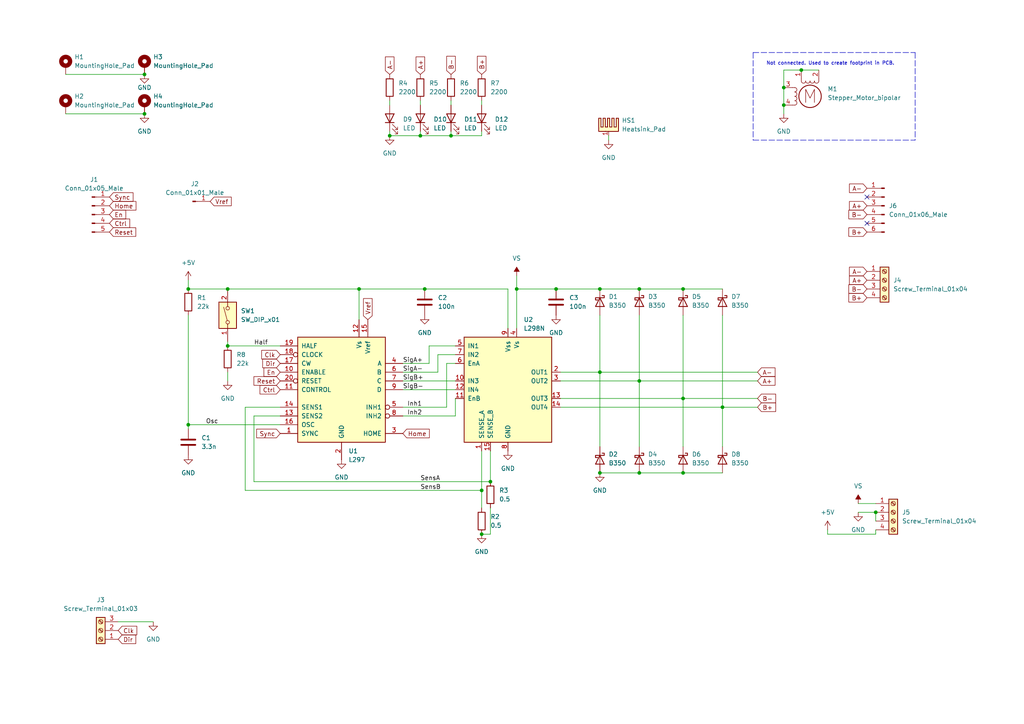
<source format=kicad_sch>
(kicad_sch (version 20211123) (generator eeschema)

  (uuid e1fb60d6-08b5-461b-a145-7045be5fa3ad)

  (paper "A4")

  (title_block
    (title "Stepper Motor Demo Board")
    (date "2023-02-09")
    (rev "1")
    (company "University of Limerick")
    (comment 1 "Joey Corbett")
  )

  (lib_symbols
    (symbol "Connector:Conn_01x01_Male" (pin_names (offset 1.016) hide) (in_bom yes) (on_board yes)
      (property "Reference" "J" (id 0) (at 0 2.54 0)
        (effects (font (size 1.27 1.27)))
      )
      (property "Value" "Conn_01x01_Male" (id 1) (at 0 -2.54 0)
        (effects (font (size 1.27 1.27)))
      )
      (property "Footprint" "" (id 2) (at 0 0 0)
        (effects (font (size 1.27 1.27)) hide)
      )
      (property "Datasheet" "~" (id 3) (at 0 0 0)
        (effects (font (size 1.27 1.27)) hide)
      )
      (property "ki_keywords" "connector" (id 4) (at 0 0 0)
        (effects (font (size 1.27 1.27)) hide)
      )
      (property "ki_description" "Generic connector, single row, 01x01, script generated (kicad-library-utils/schlib/autogen/connector/)" (id 5) (at 0 0 0)
        (effects (font (size 1.27 1.27)) hide)
      )
      (property "ki_fp_filters" "Connector*:*" (id 6) (at 0 0 0)
        (effects (font (size 1.27 1.27)) hide)
      )
      (symbol "Conn_01x01_Male_1_1"
        (polyline
          (pts
            (xy 1.27 0)
            (xy 0.8636 0)
          )
          (stroke (width 0.1524) (type default) (color 0 0 0 0))
          (fill (type none))
        )
        (rectangle (start 0.8636 0.127) (end 0 -0.127)
          (stroke (width 0.1524) (type default) (color 0 0 0 0))
          (fill (type outline))
        )
        (pin passive line (at 5.08 0 180) (length 3.81)
          (name "Pin_1" (effects (font (size 1.27 1.27))))
          (number "1" (effects (font (size 1.27 1.27))))
        )
      )
    )
    (symbol "Connector:Conn_01x05_Male" (pin_names (offset 1.016) hide) (in_bom yes) (on_board yes)
      (property "Reference" "J" (id 0) (at 0 7.62 0)
        (effects (font (size 1.27 1.27)))
      )
      (property "Value" "Conn_01x05_Male" (id 1) (at 0 -7.62 0)
        (effects (font (size 1.27 1.27)))
      )
      (property "Footprint" "" (id 2) (at 0 0 0)
        (effects (font (size 1.27 1.27)) hide)
      )
      (property "Datasheet" "~" (id 3) (at 0 0 0)
        (effects (font (size 1.27 1.27)) hide)
      )
      (property "ki_keywords" "connector" (id 4) (at 0 0 0)
        (effects (font (size 1.27 1.27)) hide)
      )
      (property "ki_description" "Generic connector, single row, 01x05, script generated (kicad-library-utils/schlib/autogen/connector/)" (id 5) (at 0 0 0)
        (effects (font (size 1.27 1.27)) hide)
      )
      (property "ki_fp_filters" "Connector*:*_1x??_*" (id 6) (at 0 0 0)
        (effects (font (size 1.27 1.27)) hide)
      )
      (symbol "Conn_01x05_Male_1_1"
        (polyline
          (pts
            (xy 1.27 -5.08)
            (xy 0.8636 -5.08)
          )
          (stroke (width 0.1524) (type default) (color 0 0 0 0))
          (fill (type none))
        )
        (polyline
          (pts
            (xy 1.27 -2.54)
            (xy 0.8636 -2.54)
          )
          (stroke (width 0.1524) (type default) (color 0 0 0 0))
          (fill (type none))
        )
        (polyline
          (pts
            (xy 1.27 0)
            (xy 0.8636 0)
          )
          (stroke (width 0.1524) (type default) (color 0 0 0 0))
          (fill (type none))
        )
        (polyline
          (pts
            (xy 1.27 2.54)
            (xy 0.8636 2.54)
          )
          (stroke (width 0.1524) (type default) (color 0 0 0 0))
          (fill (type none))
        )
        (polyline
          (pts
            (xy 1.27 5.08)
            (xy 0.8636 5.08)
          )
          (stroke (width 0.1524) (type default) (color 0 0 0 0))
          (fill (type none))
        )
        (rectangle (start 0.8636 -4.953) (end 0 -5.207)
          (stroke (width 0.1524) (type default) (color 0 0 0 0))
          (fill (type outline))
        )
        (rectangle (start 0.8636 -2.413) (end 0 -2.667)
          (stroke (width 0.1524) (type default) (color 0 0 0 0))
          (fill (type outline))
        )
        (rectangle (start 0.8636 0.127) (end 0 -0.127)
          (stroke (width 0.1524) (type default) (color 0 0 0 0))
          (fill (type outline))
        )
        (rectangle (start 0.8636 2.667) (end 0 2.413)
          (stroke (width 0.1524) (type default) (color 0 0 0 0))
          (fill (type outline))
        )
        (rectangle (start 0.8636 5.207) (end 0 4.953)
          (stroke (width 0.1524) (type default) (color 0 0 0 0))
          (fill (type outline))
        )
        (pin passive line (at 5.08 5.08 180) (length 3.81)
          (name "Pin_1" (effects (font (size 1.27 1.27))))
          (number "1" (effects (font (size 1.27 1.27))))
        )
        (pin passive line (at 5.08 2.54 180) (length 3.81)
          (name "Pin_2" (effects (font (size 1.27 1.27))))
          (number "2" (effects (font (size 1.27 1.27))))
        )
        (pin passive line (at 5.08 0 180) (length 3.81)
          (name "Pin_3" (effects (font (size 1.27 1.27))))
          (number "3" (effects (font (size 1.27 1.27))))
        )
        (pin passive line (at 5.08 -2.54 180) (length 3.81)
          (name "Pin_4" (effects (font (size 1.27 1.27))))
          (number "4" (effects (font (size 1.27 1.27))))
        )
        (pin passive line (at 5.08 -5.08 180) (length 3.81)
          (name "Pin_5" (effects (font (size 1.27 1.27))))
          (number "5" (effects (font (size 1.27 1.27))))
        )
      )
    )
    (symbol "Connector:Conn_01x06_Male" (pin_names (offset 1.016) hide) (in_bom yes) (on_board yes)
      (property "Reference" "J" (id 0) (at 0 7.62 0)
        (effects (font (size 1.27 1.27)))
      )
      (property "Value" "Conn_01x06_Male" (id 1) (at 0 -10.16 0)
        (effects (font (size 1.27 1.27)))
      )
      (property "Footprint" "" (id 2) (at 0 0 0)
        (effects (font (size 1.27 1.27)) hide)
      )
      (property "Datasheet" "~" (id 3) (at 0 0 0)
        (effects (font (size 1.27 1.27)) hide)
      )
      (property "ki_keywords" "connector" (id 4) (at 0 0 0)
        (effects (font (size 1.27 1.27)) hide)
      )
      (property "ki_description" "Generic connector, single row, 01x06, script generated (kicad-library-utils/schlib/autogen/connector/)" (id 5) (at 0 0 0)
        (effects (font (size 1.27 1.27)) hide)
      )
      (property "ki_fp_filters" "Connector*:*_1x??_*" (id 6) (at 0 0 0)
        (effects (font (size 1.27 1.27)) hide)
      )
      (symbol "Conn_01x06_Male_1_1"
        (polyline
          (pts
            (xy 1.27 -7.62)
            (xy 0.8636 -7.62)
          )
          (stroke (width 0.1524) (type default) (color 0 0 0 0))
          (fill (type none))
        )
        (polyline
          (pts
            (xy 1.27 -5.08)
            (xy 0.8636 -5.08)
          )
          (stroke (width 0.1524) (type default) (color 0 0 0 0))
          (fill (type none))
        )
        (polyline
          (pts
            (xy 1.27 -2.54)
            (xy 0.8636 -2.54)
          )
          (stroke (width 0.1524) (type default) (color 0 0 0 0))
          (fill (type none))
        )
        (polyline
          (pts
            (xy 1.27 0)
            (xy 0.8636 0)
          )
          (stroke (width 0.1524) (type default) (color 0 0 0 0))
          (fill (type none))
        )
        (polyline
          (pts
            (xy 1.27 2.54)
            (xy 0.8636 2.54)
          )
          (stroke (width 0.1524) (type default) (color 0 0 0 0))
          (fill (type none))
        )
        (polyline
          (pts
            (xy 1.27 5.08)
            (xy 0.8636 5.08)
          )
          (stroke (width 0.1524) (type default) (color 0 0 0 0))
          (fill (type none))
        )
        (rectangle (start 0.8636 -7.493) (end 0 -7.747)
          (stroke (width 0.1524) (type default) (color 0 0 0 0))
          (fill (type outline))
        )
        (rectangle (start 0.8636 -4.953) (end 0 -5.207)
          (stroke (width 0.1524) (type default) (color 0 0 0 0))
          (fill (type outline))
        )
        (rectangle (start 0.8636 -2.413) (end 0 -2.667)
          (stroke (width 0.1524) (type default) (color 0 0 0 0))
          (fill (type outline))
        )
        (rectangle (start 0.8636 0.127) (end 0 -0.127)
          (stroke (width 0.1524) (type default) (color 0 0 0 0))
          (fill (type outline))
        )
        (rectangle (start 0.8636 2.667) (end 0 2.413)
          (stroke (width 0.1524) (type default) (color 0 0 0 0))
          (fill (type outline))
        )
        (rectangle (start 0.8636 5.207) (end 0 4.953)
          (stroke (width 0.1524) (type default) (color 0 0 0 0))
          (fill (type outline))
        )
        (pin passive line (at 5.08 5.08 180) (length 3.81)
          (name "Pin_1" (effects (font (size 1.27 1.27))))
          (number "1" (effects (font (size 1.27 1.27))))
        )
        (pin passive line (at 5.08 2.54 180) (length 3.81)
          (name "Pin_2" (effects (font (size 1.27 1.27))))
          (number "2" (effects (font (size 1.27 1.27))))
        )
        (pin passive line (at 5.08 0 180) (length 3.81)
          (name "Pin_3" (effects (font (size 1.27 1.27))))
          (number "3" (effects (font (size 1.27 1.27))))
        )
        (pin passive line (at 5.08 -2.54 180) (length 3.81)
          (name "Pin_4" (effects (font (size 1.27 1.27))))
          (number "4" (effects (font (size 1.27 1.27))))
        )
        (pin passive line (at 5.08 -5.08 180) (length 3.81)
          (name "Pin_5" (effects (font (size 1.27 1.27))))
          (number "5" (effects (font (size 1.27 1.27))))
        )
        (pin passive line (at 5.08 -7.62 180) (length 3.81)
          (name "Pin_6" (effects (font (size 1.27 1.27))))
          (number "6" (effects (font (size 1.27 1.27))))
        )
      )
    )
    (symbol "Connector:Screw_Terminal_01x03" (pin_names (offset 1.016) hide) (in_bom yes) (on_board yes)
      (property "Reference" "J" (id 0) (at 0 5.08 0)
        (effects (font (size 1.27 1.27)))
      )
      (property "Value" "Screw_Terminal_01x03" (id 1) (at 0 -5.08 0)
        (effects (font (size 1.27 1.27)))
      )
      (property "Footprint" "" (id 2) (at 0 0 0)
        (effects (font (size 1.27 1.27)) hide)
      )
      (property "Datasheet" "~" (id 3) (at 0 0 0)
        (effects (font (size 1.27 1.27)) hide)
      )
      (property "ki_keywords" "screw terminal" (id 4) (at 0 0 0)
        (effects (font (size 1.27 1.27)) hide)
      )
      (property "ki_description" "Generic screw terminal, single row, 01x03, script generated (kicad-library-utils/schlib/autogen/connector/)" (id 5) (at 0 0 0)
        (effects (font (size 1.27 1.27)) hide)
      )
      (property "ki_fp_filters" "TerminalBlock*:*" (id 6) (at 0 0 0)
        (effects (font (size 1.27 1.27)) hide)
      )
      (symbol "Screw_Terminal_01x03_1_1"
        (rectangle (start -1.27 3.81) (end 1.27 -3.81)
          (stroke (width 0.254) (type default) (color 0 0 0 0))
          (fill (type background))
        )
        (circle (center 0 -2.54) (radius 0.635)
          (stroke (width 0.1524) (type default) (color 0 0 0 0))
          (fill (type none))
        )
        (polyline
          (pts
            (xy -0.5334 -2.2098)
            (xy 0.3302 -3.048)
          )
          (stroke (width 0.1524) (type default) (color 0 0 0 0))
          (fill (type none))
        )
        (polyline
          (pts
            (xy -0.5334 0.3302)
            (xy 0.3302 -0.508)
          )
          (stroke (width 0.1524) (type default) (color 0 0 0 0))
          (fill (type none))
        )
        (polyline
          (pts
            (xy -0.5334 2.8702)
            (xy 0.3302 2.032)
          )
          (stroke (width 0.1524) (type default) (color 0 0 0 0))
          (fill (type none))
        )
        (polyline
          (pts
            (xy -0.3556 -2.032)
            (xy 0.508 -2.8702)
          )
          (stroke (width 0.1524) (type default) (color 0 0 0 0))
          (fill (type none))
        )
        (polyline
          (pts
            (xy -0.3556 0.508)
            (xy 0.508 -0.3302)
          )
          (stroke (width 0.1524) (type default) (color 0 0 0 0))
          (fill (type none))
        )
        (polyline
          (pts
            (xy -0.3556 3.048)
            (xy 0.508 2.2098)
          )
          (stroke (width 0.1524) (type default) (color 0 0 0 0))
          (fill (type none))
        )
        (circle (center 0 0) (radius 0.635)
          (stroke (width 0.1524) (type default) (color 0 0 0 0))
          (fill (type none))
        )
        (circle (center 0 2.54) (radius 0.635)
          (stroke (width 0.1524) (type default) (color 0 0 0 0))
          (fill (type none))
        )
        (pin passive line (at -5.08 2.54 0) (length 3.81)
          (name "Pin_1" (effects (font (size 1.27 1.27))))
          (number "1" (effects (font (size 1.27 1.27))))
        )
        (pin passive line (at -5.08 0 0) (length 3.81)
          (name "Pin_2" (effects (font (size 1.27 1.27))))
          (number "2" (effects (font (size 1.27 1.27))))
        )
        (pin passive line (at -5.08 -2.54 0) (length 3.81)
          (name "Pin_3" (effects (font (size 1.27 1.27))))
          (number "3" (effects (font (size 1.27 1.27))))
        )
      )
    )
    (symbol "Connector:Screw_Terminal_01x04" (pin_names (offset 1.016) hide) (in_bom yes) (on_board yes)
      (property "Reference" "J" (id 0) (at 0 5.08 0)
        (effects (font (size 1.27 1.27)))
      )
      (property "Value" "Screw_Terminal_01x04" (id 1) (at 0 -7.62 0)
        (effects (font (size 1.27 1.27)))
      )
      (property "Footprint" "" (id 2) (at 0 0 0)
        (effects (font (size 1.27 1.27)) hide)
      )
      (property "Datasheet" "~" (id 3) (at 0 0 0)
        (effects (font (size 1.27 1.27)) hide)
      )
      (property "ki_keywords" "screw terminal" (id 4) (at 0 0 0)
        (effects (font (size 1.27 1.27)) hide)
      )
      (property "ki_description" "Generic screw terminal, single row, 01x04, script generated (kicad-library-utils/schlib/autogen/connector/)" (id 5) (at 0 0 0)
        (effects (font (size 1.27 1.27)) hide)
      )
      (property "ki_fp_filters" "TerminalBlock*:*" (id 6) (at 0 0 0)
        (effects (font (size 1.27 1.27)) hide)
      )
      (symbol "Screw_Terminal_01x04_1_1"
        (rectangle (start -1.27 3.81) (end 1.27 -6.35)
          (stroke (width 0.254) (type default) (color 0 0 0 0))
          (fill (type background))
        )
        (circle (center 0 -5.08) (radius 0.635)
          (stroke (width 0.1524) (type default) (color 0 0 0 0))
          (fill (type none))
        )
        (circle (center 0 -2.54) (radius 0.635)
          (stroke (width 0.1524) (type default) (color 0 0 0 0))
          (fill (type none))
        )
        (polyline
          (pts
            (xy -0.5334 -4.7498)
            (xy 0.3302 -5.588)
          )
          (stroke (width 0.1524) (type default) (color 0 0 0 0))
          (fill (type none))
        )
        (polyline
          (pts
            (xy -0.5334 -2.2098)
            (xy 0.3302 -3.048)
          )
          (stroke (width 0.1524) (type default) (color 0 0 0 0))
          (fill (type none))
        )
        (polyline
          (pts
            (xy -0.5334 0.3302)
            (xy 0.3302 -0.508)
          )
          (stroke (width 0.1524) (type default) (color 0 0 0 0))
          (fill (type none))
        )
        (polyline
          (pts
            (xy -0.5334 2.8702)
            (xy 0.3302 2.032)
          )
          (stroke (width 0.1524) (type default) (color 0 0 0 0))
          (fill (type none))
        )
        (polyline
          (pts
            (xy -0.3556 -4.572)
            (xy 0.508 -5.4102)
          )
          (stroke (width 0.1524) (type default) (color 0 0 0 0))
          (fill (type none))
        )
        (polyline
          (pts
            (xy -0.3556 -2.032)
            (xy 0.508 -2.8702)
          )
          (stroke (width 0.1524) (type default) (color 0 0 0 0))
          (fill (type none))
        )
        (polyline
          (pts
            (xy -0.3556 0.508)
            (xy 0.508 -0.3302)
          )
          (stroke (width 0.1524) (type default) (color 0 0 0 0))
          (fill (type none))
        )
        (polyline
          (pts
            (xy -0.3556 3.048)
            (xy 0.508 2.2098)
          )
          (stroke (width 0.1524) (type default) (color 0 0 0 0))
          (fill (type none))
        )
        (circle (center 0 0) (radius 0.635)
          (stroke (width 0.1524) (type default) (color 0 0 0 0))
          (fill (type none))
        )
        (circle (center 0 2.54) (radius 0.635)
          (stroke (width 0.1524) (type default) (color 0 0 0 0))
          (fill (type none))
        )
        (pin passive line (at -5.08 2.54 0) (length 3.81)
          (name "Pin_1" (effects (font (size 1.27 1.27))))
          (number "1" (effects (font (size 1.27 1.27))))
        )
        (pin passive line (at -5.08 0 0) (length 3.81)
          (name "Pin_2" (effects (font (size 1.27 1.27))))
          (number "2" (effects (font (size 1.27 1.27))))
        )
        (pin passive line (at -5.08 -2.54 0) (length 3.81)
          (name "Pin_3" (effects (font (size 1.27 1.27))))
          (number "3" (effects (font (size 1.27 1.27))))
        )
        (pin passive line (at -5.08 -5.08 0) (length 3.81)
          (name "Pin_4" (effects (font (size 1.27 1.27))))
          (number "4" (effects (font (size 1.27 1.27))))
        )
      )
    )
    (symbol "Device:C" (pin_numbers hide) (pin_names (offset 0.254)) (in_bom yes) (on_board yes)
      (property "Reference" "C" (id 0) (at 0.635 2.54 0)
        (effects (font (size 1.27 1.27)) (justify left))
      )
      (property "Value" "C" (id 1) (at 0.635 -2.54 0)
        (effects (font (size 1.27 1.27)) (justify left))
      )
      (property "Footprint" "" (id 2) (at 0.9652 -3.81 0)
        (effects (font (size 1.27 1.27)) hide)
      )
      (property "Datasheet" "~" (id 3) (at 0 0 0)
        (effects (font (size 1.27 1.27)) hide)
      )
      (property "ki_keywords" "cap capacitor" (id 4) (at 0 0 0)
        (effects (font (size 1.27 1.27)) hide)
      )
      (property "ki_description" "Unpolarized capacitor" (id 5) (at 0 0 0)
        (effects (font (size 1.27 1.27)) hide)
      )
      (property "ki_fp_filters" "C_*" (id 6) (at 0 0 0)
        (effects (font (size 1.27 1.27)) hide)
      )
      (symbol "C_0_1"
        (polyline
          (pts
            (xy -2.032 -0.762)
            (xy 2.032 -0.762)
          )
          (stroke (width 0.508) (type default) (color 0 0 0 0))
          (fill (type none))
        )
        (polyline
          (pts
            (xy -2.032 0.762)
            (xy 2.032 0.762)
          )
          (stroke (width 0.508) (type default) (color 0 0 0 0))
          (fill (type none))
        )
      )
      (symbol "C_1_1"
        (pin passive line (at 0 3.81 270) (length 2.794)
          (name "~" (effects (font (size 1.27 1.27))))
          (number "1" (effects (font (size 1.27 1.27))))
        )
        (pin passive line (at 0 -3.81 90) (length 2.794)
          (name "~" (effects (font (size 1.27 1.27))))
          (number "2" (effects (font (size 1.27 1.27))))
        )
      )
    )
    (symbol "Device:LED" (pin_numbers hide) (pin_names (offset 1.016) hide) (in_bom yes) (on_board yes)
      (property "Reference" "D" (id 0) (at 0 2.54 0)
        (effects (font (size 1.27 1.27)))
      )
      (property "Value" "LED" (id 1) (at 0 -2.54 0)
        (effects (font (size 1.27 1.27)))
      )
      (property "Footprint" "" (id 2) (at 0 0 0)
        (effects (font (size 1.27 1.27)) hide)
      )
      (property "Datasheet" "~" (id 3) (at 0 0 0)
        (effects (font (size 1.27 1.27)) hide)
      )
      (property "ki_keywords" "LED diode" (id 4) (at 0 0 0)
        (effects (font (size 1.27 1.27)) hide)
      )
      (property "ki_description" "Light emitting diode" (id 5) (at 0 0 0)
        (effects (font (size 1.27 1.27)) hide)
      )
      (property "ki_fp_filters" "LED* LED_SMD:* LED_THT:*" (id 6) (at 0 0 0)
        (effects (font (size 1.27 1.27)) hide)
      )
      (symbol "LED_0_1"
        (polyline
          (pts
            (xy -1.27 -1.27)
            (xy -1.27 1.27)
          )
          (stroke (width 0.254) (type default) (color 0 0 0 0))
          (fill (type none))
        )
        (polyline
          (pts
            (xy -1.27 0)
            (xy 1.27 0)
          )
          (stroke (width 0) (type default) (color 0 0 0 0))
          (fill (type none))
        )
        (polyline
          (pts
            (xy 1.27 -1.27)
            (xy 1.27 1.27)
            (xy -1.27 0)
            (xy 1.27 -1.27)
          )
          (stroke (width 0.254) (type default) (color 0 0 0 0))
          (fill (type none))
        )
        (polyline
          (pts
            (xy -3.048 -0.762)
            (xy -4.572 -2.286)
            (xy -3.81 -2.286)
            (xy -4.572 -2.286)
            (xy -4.572 -1.524)
          )
          (stroke (width 0) (type default) (color 0 0 0 0))
          (fill (type none))
        )
        (polyline
          (pts
            (xy -1.778 -0.762)
            (xy -3.302 -2.286)
            (xy -2.54 -2.286)
            (xy -3.302 -2.286)
            (xy -3.302 -1.524)
          )
          (stroke (width 0) (type default) (color 0 0 0 0))
          (fill (type none))
        )
      )
      (symbol "LED_1_1"
        (pin passive line (at -3.81 0 0) (length 2.54)
          (name "K" (effects (font (size 1.27 1.27))))
          (number "1" (effects (font (size 1.27 1.27))))
        )
        (pin passive line (at 3.81 0 180) (length 2.54)
          (name "A" (effects (font (size 1.27 1.27))))
          (number "2" (effects (font (size 1.27 1.27))))
        )
      )
    )
    (symbol "Device:R" (pin_numbers hide) (pin_names (offset 0)) (in_bom yes) (on_board yes)
      (property "Reference" "R" (id 0) (at 2.032 0 90)
        (effects (font (size 1.27 1.27)))
      )
      (property "Value" "R" (id 1) (at 0 0 90)
        (effects (font (size 1.27 1.27)))
      )
      (property "Footprint" "" (id 2) (at -1.778 0 90)
        (effects (font (size 1.27 1.27)) hide)
      )
      (property "Datasheet" "~" (id 3) (at 0 0 0)
        (effects (font (size 1.27 1.27)) hide)
      )
      (property "ki_keywords" "R res resistor" (id 4) (at 0 0 0)
        (effects (font (size 1.27 1.27)) hide)
      )
      (property "ki_description" "Resistor" (id 5) (at 0 0 0)
        (effects (font (size 1.27 1.27)) hide)
      )
      (property "ki_fp_filters" "R_*" (id 6) (at 0 0 0)
        (effects (font (size 1.27 1.27)) hide)
      )
      (symbol "R_0_1"
        (rectangle (start -1.016 -2.54) (end 1.016 2.54)
          (stroke (width 0.254) (type default) (color 0 0 0 0))
          (fill (type none))
        )
      )
      (symbol "R_1_1"
        (pin passive line (at 0 3.81 270) (length 1.27)
          (name "~" (effects (font (size 1.27 1.27))))
          (number "1" (effects (font (size 1.27 1.27))))
        )
        (pin passive line (at 0 -3.81 90) (length 1.27)
          (name "~" (effects (font (size 1.27 1.27))))
          (number "2" (effects (font (size 1.27 1.27))))
        )
      )
    )
    (symbol "Diode:B350" (pin_numbers hide) (pin_names (offset 1.016) hide) (in_bom yes) (on_board yes)
      (property "Reference" "D" (id 0) (at 0 2.54 0)
        (effects (font (size 1.27 1.27)))
      )
      (property "Value" "B350" (id 1) (at 0 -2.54 0)
        (effects (font (size 1.27 1.27)))
      )
      (property "Footprint" "Diode_SMD:D_SMC" (id 2) (at 0 -4.445 0)
        (effects (font (size 1.27 1.27)) hide)
      )
      (property "Datasheet" "http://www.jameco.com/Jameco/Products/ProdDS/1538777.pdf" (id 3) (at 0 0 0)
        (effects (font (size 1.27 1.27)) hide)
      )
      (property "ki_keywords" "diode Schottky" (id 4) (at 0 0 0)
        (effects (font (size 1.27 1.27)) hide)
      )
      (property "ki_description" "50V 3A Schottky Barrier Rectifier Diode, SMC" (id 5) (at 0 0 0)
        (effects (font (size 1.27 1.27)) hide)
      )
      (property "ki_fp_filters" "D*SMC*" (id 6) (at 0 0 0)
        (effects (font (size 1.27 1.27)) hide)
      )
      (symbol "B350_0_1"
        (polyline
          (pts
            (xy 1.27 0)
            (xy -1.27 0)
          )
          (stroke (width 0) (type default) (color 0 0 0 0))
          (fill (type none))
        )
        (polyline
          (pts
            (xy 1.27 1.27)
            (xy 1.27 -1.27)
            (xy -1.27 0)
            (xy 1.27 1.27)
          )
          (stroke (width 0.254) (type default) (color 0 0 0 0))
          (fill (type none))
        )
        (polyline
          (pts
            (xy -1.905 0.635)
            (xy -1.905 1.27)
            (xy -1.27 1.27)
            (xy -1.27 -1.27)
            (xy -0.635 -1.27)
            (xy -0.635 -0.635)
          )
          (stroke (width 0.254) (type default) (color 0 0 0 0))
          (fill (type none))
        )
      )
      (symbol "B350_1_1"
        (pin passive line (at -3.81 0 0) (length 2.54)
          (name "K" (effects (font (size 1.27 1.27))))
          (number "1" (effects (font (size 1.27 1.27))))
        )
        (pin passive line (at 3.81 0 180) (length 2.54)
          (name "A" (effects (font (size 1.27 1.27))))
          (number "2" (effects (font (size 1.27 1.27))))
        )
      )
    )
    (symbol "Driver_Motor:L297" (pin_names (offset 1.016)) (in_bom yes) (on_board yes)
      (property "Reference" "U" (id 0) (at -6.35 19.05 0)
        (effects (font (size 1.27 1.27)))
      )
      (property "Value" "L297" (id 1) (at -6.35 16.51 0)
        (effects (font (size 1.27 1.27)))
      )
      (property "Footprint" "" (id 2) (at -6.35 16.51 0)
        (effects (font (size 1.27 1.27)) hide)
      )
      (property "Datasheet" "www.st.com/resource/en/datasheet/cd00000063.pdf" (id 3) (at -6.35 16.51 0)
        (effects (font (size 1.27 1.27)) hide)
      )
      (property "ki_keywords" "Stepper Motor Controller" (id 4) (at 0 0 0)
        (effects (font (size 1.27 1.27)) hide)
      )
      (property "ki_description" "Stepper Motor Controller, DIP-20/SO-20" (id 5) (at 0 0 0)
        (effects (font (size 1.27 1.27)) hide)
      )
      (property "ki_fp_filters" "DIP* SO*" (id 6) (at 0 0 0)
        (effects (font (size 1.27 1.27)) hide)
      )
      (symbol "L297_0_1"
        (rectangle (start -12.7 15.24) (end 12.7 -15.24)
          (stroke (width 0.254) (type default) (color 0 0 0 0))
          (fill (type background))
        )
      )
      (symbol "L297_1_0"
        (pin input line (at -17.78 0 0) (length 5.08)
          (name "CONTROL" (effects (font (size 1.27 1.27))))
          (number "11" (effects (font (size 1.27 1.27))))
        )
        (pin power_in line (at 5.08 20.32 270) (length 5.08)
          (name "Vs" (effects (font (size 1.27 1.27))))
          (number "12" (effects (font (size 1.27 1.27))))
        )
        (pin input line (at -17.78 -7.62 0) (length 5.08)
          (name "SENS2" (effects (font (size 1.27 1.27))))
          (number "13" (effects (font (size 1.27 1.27))))
        )
        (pin input line (at -17.78 -5.08 0) (length 5.08)
          (name "SENS1" (effects (font (size 1.27 1.27))))
          (number "14" (effects (font (size 1.27 1.27))))
        )
        (pin input line (at 7.62 20.32 270) (length 5.08)
          (name "Vref" (effects (font (size 1.27 1.27))))
          (number "15" (effects (font (size 1.27 1.27))))
        )
        (pin input line (at -17.78 -10.16 0) (length 5.08)
          (name "OSC" (effects (font (size 1.27 1.27))))
          (number "16" (effects (font (size 1.27 1.27))))
        )
        (pin input line (at -17.78 7.62 0) (length 5.08)
          (name "CW" (effects (font (size 1.27 1.27))))
          (number "17" (effects (font (size 1.27 1.27))))
        )
        (pin input inverted (at -17.78 10.16 0) (length 5.08)
          (name "CLOCK" (effects (font (size 1.27 1.27))))
          (number "18" (effects (font (size 1.27 1.27))))
        )
        (pin input line (at -17.78 12.7 0) (length 5.08)
          (name "HALF" (effects (font (size 1.27 1.27))))
          (number "19" (effects (font (size 1.27 1.27))))
        )
        (pin input inverted (at -17.78 2.54 0) (length 5.08)
          (name "RESET" (effects (font (size 1.27 1.27))))
          (number "20" (effects (font (size 1.27 1.27))))
        )
      )
      (symbol "L297_1_1"
        (pin bidirectional line (at -17.78 -12.7 0) (length 5.08)
          (name "SYNC" (effects (font (size 1.27 1.27))))
          (number "1" (effects (font (size 1.27 1.27))))
        )
        (pin input line (at -17.78 5.08 0) (length 5.08)
          (name "ENABLE" (effects (font (size 1.27 1.27))))
          (number "10" (effects (font (size 1.27 1.27))))
        )
        (pin power_in line (at 0 -20.32 90) (length 5.08)
          (name "GND" (effects (font (size 1.27 1.27))))
          (number "2" (effects (font (size 1.27 1.27))))
        )
        (pin open_collector line (at 17.78 -12.7 180) (length 5.08)
          (name "HOME" (effects (font (size 1.27 1.27))))
          (number "3" (effects (font (size 1.27 1.27))))
        )
        (pin output line (at 17.78 7.62 180) (length 5.08)
          (name "A" (effects (font (size 1.27 1.27))))
          (number "4" (effects (font (size 1.27 1.27))))
        )
        (pin output inverted (at 17.78 -5.08 180) (length 5.08)
          (name "INH1" (effects (font (size 1.27 1.27))))
          (number "5" (effects (font (size 1.27 1.27))))
        )
        (pin output line (at 17.78 5.08 180) (length 5.08)
          (name "B" (effects (font (size 1.27 1.27))))
          (number "6" (effects (font (size 1.27 1.27))))
        )
        (pin output line (at 17.78 2.54 180) (length 5.08)
          (name "C" (effects (font (size 1.27 1.27))))
          (number "7" (effects (font (size 1.27 1.27))))
        )
        (pin output inverted (at 17.78 -7.62 180) (length 5.08)
          (name "INH2" (effects (font (size 1.27 1.27))))
          (number "8" (effects (font (size 1.27 1.27))))
        )
        (pin output line (at 17.78 0 180) (length 5.08)
          (name "D" (effects (font (size 1.27 1.27))))
          (number "9" (effects (font (size 1.27 1.27))))
        )
      )
    )
    (symbol "Driver_Motor:L298N" (pin_names (offset 1.016)) (in_bom yes) (on_board yes)
      (property "Reference" "U" (id 0) (at -10.16 16.51 0)
        (effects (font (size 1.27 1.27)) (justify right))
      )
      (property "Value" "L298N" (id 1) (at 12.7 16.51 0)
        (effects (font (size 1.27 1.27)) (justify right))
      )
      (property "Footprint" "Package_TO_SOT_THT:TO-220-15_P2.54x2.54mm_StaggerOdd_Lead4.58mm_Vertical" (id 2) (at 1.27 -16.51 0)
        (effects (font (size 1.27 1.27)) (justify left) hide)
      )
      (property "Datasheet" "http://www.st.com/st-web-ui/static/active/en/resource/technical/document/datasheet/CD00000240.pdf" (id 3) (at 3.81 6.35 0)
        (effects (font (size 1.27 1.27)) hide)
      )
      (property "ki_keywords" "H-bridge motor driver" (id 4) (at 0 0 0)
        (effects (font (size 1.27 1.27)) hide)
      )
      (property "ki_description" "Dual full bridge motor driver, up to 46V, 4A, Multiwatt15-V" (id 5) (at 0 0 0)
        (effects (font (size 1.27 1.27)) hide)
      )
      (property "ki_fp_filters" "TO?220*StaggerOdd*Vertical*" (id 6) (at 0 0 0)
        (effects (font (size 1.27 1.27)) hide)
      )
      (symbol "L298N_0_1"
        (rectangle (start -12.7 15.24) (end 12.7 -15.24)
          (stroke (width 0.254) (type default) (color 0 0 0 0))
          (fill (type background))
        )
      )
      (symbol "L298N_1_1"
        (pin power_in line (at -7.62 -17.78 90) (length 2.54)
          (name "SENSE_A" (effects (font (size 1.27 1.27))))
          (number "1" (effects (font (size 1.27 1.27))))
        )
        (pin input line (at -15.24 2.54 0) (length 2.54)
          (name "IN3" (effects (font (size 1.27 1.27))))
          (number "10" (effects (font (size 1.27 1.27))))
        )
        (pin input line (at -15.24 -2.54 0) (length 2.54)
          (name "EnB" (effects (font (size 1.27 1.27))))
          (number "11" (effects (font (size 1.27 1.27))))
        )
        (pin input line (at -15.24 0 0) (length 2.54)
          (name "IN4" (effects (font (size 1.27 1.27))))
          (number "12" (effects (font (size 1.27 1.27))))
        )
        (pin output line (at 15.24 -2.54 180) (length 2.54)
          (name "OUT3" (effects (font (size 1.27 1.27))))
          (number "13" (effects (font (size 1.27 1.27))))
        )
        (pin output line (at 15.24 -5.08 180) (length 2.54)
          (name "OUT4" (effects (font (size 1.27 1.27))))
          (number "14" (effects (font (size 1.27 1.27))))
        )
        (pin power_in line (at -5.08 -17.78 90) (length 2.54)
          (name "SENSE_B" (effects (font (size 1.27 1.27))))
          (number "15" (effects (font (size 1.27 1.27))))
        )
        (pin output line (at 15.24 5.08 180) (length 2.54)
          (name "OUT1" (effects (font (size 1.27 1.27))))
          (number "2" (effects (font (size 1.27 1.27))))
        )
        (pin output line (at 15.24 2.54 180) (length 2.54)
          (name "OUT2" (effects (font (size 1.27 1.27))))
          (number "3" (effects (font (size 1.27 1.27))))
        )
        (pin power_in line (at 2.54 17.78 270) (length 2.54)
          (name "Vs" (effects (font (size 1.27 1.27))))
          (number "4" (effects (font (size 1.27 1.27))))
        )
        (pin input line (at -15.24 12.7 0) (length 2.54)
          (name "IN1" (effects (font (size 1.27 1.27))))
          (number "5" (effects (font (size 1.27 1.27))))
        )
        (pin input line (at -15.24 7.62 0) (length 2.54)
          (name "EnA" (effects (font (size 1.27 1.27))))
          (number "6" (effects (font (size 1.27 1.27))))
        )
        (pin input line (at -15.24 10.16 0) (length 2.54)
          (name "IN2" (effects (font (size 1.27 1.27))))
          (number "7" (effects (font (size 1.27 1.27))))
        )
        (pin power_in line (at 0 -17.78 90) (length 2.54)
          (name "GND" (effects (font (size 1.27 1.27))))
          (number "8" (effects (font (size 1.27 1.27))))
        )
        (pin power_in line (at 0 17.78 270) (length 2.54)
          (name "Vss" (effects (font (size 1.27 1.27))))
          (number "9" (effects (font (size 1.27 1.27))))
        )
      )
    )
    (symbol "Mechanical:Heatsink_Pad" (pin_names (offset 0)) (in_bom yes) (on_board yes)
      (property "Reference" "HS" (id 0) (at 0 5.715 0)
        (effects (font (size 1.27 1.27)))
      )
      (property "Value" "Heatsink_Pad" (id 1) (at 0 3.81 0)
        (effects (font (size 1.27 1.27)))
      )
      (property "Footprint" "" (id 2) (at 0.3048 -1.27 0)
        (effects (font (size 1.27 1.27)) hide)
      )
      (property "Datasheet" "~" (id 3) (at 0.3048 -1.27 0)
        (effects (font (size 1.27 1.27)) hide)
      )
      (property "ki_keywords" "thermal heat temperature" (id 4) (at 0 0 0)
        (effects (font (size 1.27 1.27)) hide)
      )
      (property "ki_description" "Heatsink with electrical connection, 1 pin" (id 5) (at 0 0 0)
        (effects (font (size 1.27 1.27)) hide)
      )
      (property "ki_fp_filters" "Heatsink_*" (id 6) (at 0 0 0)
        (effects (font (size 1.27 1.27)) hide)
      )
      (symbol "Heatsink_Pad_0_1"
        (polyline
          (pts
            (xy -0.3302 0)
            (xy -0.9652 0)
            (xy -0.9652 2.54)
            (xy -1.6002 2.54)
            (xy -1.6002 0)
            (xy -2.2352 0)
            (xy -2.2352 2.54)
            (xy -2.8702 2.54)
            (xy -2.8702 -1.27)
            (xy -0.9652 -1.27)
          )
          (stroke (width 0.254) (type default) (color 0 0 0 0))
          (fill (type background))
        )
        (polyline
          (pts
            (xy -0.3302 0)
            (xy -0.3302 2.54)
            (xy 0.3048 2.54)
            (xy 0.3048 0)
            (xy 0.9398 0)
            (xy 0.9398 2.54)
            (xy 1.5748 2.54)
            (xy 1.5748 0)
            (xy 2.2098 0)
            (xy 2.2098 2.54)
            (xy 2.8448 2.54)
            (xy 2.8448 -1.27)
            (xy -0.9652 -1.27)
          )
          (stroke (width 0.254) (type default) (color 0 0 0 0))
          (fill (type background))
        )
      )
      (symbol "Heatsink_Pad_1_1"
        (pin passive line (at 0 -2.54 90) (length 1.27)
          (name "~" (effects (font (size 1.27 1.27))))
          (number "1" (effects (font (size 1.27 1.27))))
        )
      )
    )
    (symbol "Mechanical:MountingHole_Pad" (pin_numbers hide) (pin_names (offset 1.016) hide) (in_bom yes) (on_board yes)
      (property "Reference" "H" (id 0) (at 0 6.35 0)
        (effects (font (size 1.27 1.27)))
      )
      (property "Value" "MountingHole_Pad" (id 1) (at 0 4.445 0)
        (effects (font (size 1.27 1.27)))
      )
      (property "Footprint" "" (id 2) (at 0 0 0)
        (effects (font (size 1.27 1.27)) hide)
      )
      (property "Datasheet" "~" (id 3) (at 0 0 0)
        (effects (font (size 1.27 1.27)) hide)
      )
      (property "ki_keywords" "mounting hole" (id 4) (at 0 0 0)
        (effects (font (size 1.27 1.27)) hide)
      )
      (property "ki_description" "Mounting Hole with connection" (id 5) (at 0 0 0)
        (effects (font (size 1.27 1.27)) hide)
      )
      (property "ki_fp_filters" "MountingHole*Pad*" (id 6) (at 0 0 0)
        (effects (font (size 1.27 1.27)) hide)
      )
      (symbol "MountingHole_Pad_0_1"
        (circle (center 0 1.27) (radius 1.27)
          (stroke (width 1.27) (type default) (color 0 0 0 0))
          (fill (type none))
        )
      )
      (symbol "MountingHole_Pad_1_1"
        (pin input line (at 0 -2.54 90) (length 2.54)
          (name "1" (effects (font (size 1.27 1.27))))
          (number "1" (effects (font (size 1.27 1.27))))
        )
      )
    )
    (symbol "Motor:Stepper_Motor_bipolar" (pin_names (offset 0) hide) (in_bom yes) (on_board yes)
      (property "Reference" "M" (id 0) (at 3.81 2.54 0)
        (effects (font (size 1.27 1.27)) (justify left))
      )
      (property "Value" "Stepper_Motor_bipolar" (id 1) (at 3.81 1.27 0)
        (effects (font (size 1.27 1.27)) (justify left top))
      )
      (property "Footprint" "" (id 2) (at 0.254 -0.254 0)
        (effects (font (size 1.27 1.27)) hide)
      )
      (property "Datasheet" "http://www.infineon.com/dgdl/Application-Note-TLE8110EE_driving_UniPolarStepperMotor_V1.1.pdf?fileId=db3a30431be39b97011be5d0aa0a00b0" (id 3) (at 0.254 -0.254 0)
        (effects (font (size 1.27 1.27)) hide)
      )
      (property "ki_keywords" "bipolar stepper motor" (id 4) (at 0 0 0)
        (effects (font (size 1.27 1.27)) hide)
      )
      (property "ki_description" "4-wire bipolar stepper motor" (id 5) (at 0 0 0)
        (effects (font (size 1.27 1.27)) hide)
      )
      (property "ki_fp_filters" "PinHeader*P2.54mm*Vertical* TerminalBlock* Motor*" (id 6) (at 0 0 0)
        (effects (font (size 1.27 1.27)) hide)
      )
      (symbol "Stepper_Motor_bipolar_0_0"
        (polyline
          (pts
            (xy -1.27 -1.778)
            (xy -1.27 2.032)
            (xy 0 -0.508)
            (xy 1.27 2.032)
            (xy 1.27 -1.778)
          )
          (stroke (width 0) (type default) (color 0 0 0 0))
          (fill (type none))
        )
      )
      (symbol "Stepper_Motor_bipolar_0_1"
        (arc (start -4.445 -2.54) (mid -3.81 -1.905) (end -4.445 -1.27)
          (stroke (width 0) (type default) (color 0 0 0 0))
          (fill (type none))
        )
        (arc (start -4.445 -1.27) (mid -3.81 -0.635) (end -4.445 0)
          (stroke (width 0) (type default) (color 0 0 0 0))
          (fill (type none))
        )
        (arc (start -4.445 0) (mid -3.81 0.635) (end -4.445 1.27)
          (stroke (width 0) (type default) (color 0 0 0 0))
          (fill (type none))
        )
        (arc (start -4.445 1.27) (mid -3.81 1.905) (end -4.445 2.54)
          (stroke (width 0) (type default) (color 0 0 0 0))
          (fill (type none))
        )
        (arc (start -2.54 4.445) (mid -1.905 3.81) (end -1.27 4.445)
          (stroke (width 0) (type default) (color 0 0 0 0))
          (fill (type none))
        )
        (arc (start -1.27 4.445) (mid -0.635 3.81) (end 0 4.445)
          (stroke (width 0) (type default) (color 0 0 0 0))
          (fill (type none))
        )
        (polyline
          (pts
            (xy -5.08 -2.54)
            (xy -4.445 -2.54)
          )
          (stroke (width 0) (type default) (color 0 0 0 0))
          (fill (type none))
        )
        (polyline
          (pts
            (xy -5.08 2.54)
            (xy -4.445 2.54)
          )
          (stroke (width 0) (type default) (color 0 0 0 0))
          (fill (type none))
        )
        (polyline
          (pts
            (xy -2.54 5.08)
            (xy -2.54 4.445)
          )
          (stroke (width 0) (type default) (color 0 0 0 0))
          (fill (type none))
        )
        (polyline
          (pts
            (xy 2.54 5.08)
            (xy 2.54 4.445)
          )
          (stroke (width 0) (type default) (color 0 0 0 0))
          (fill (type none))
        )
        (circle (center 0 0) (radius 3.2512)
          (stroke (width 0.254) (type default) (color 0 0 0 0))
          (fill (type none))
        )
        (arc (start 0 4.445) (mid 0.635 3.81) (end 1.27 4.445)
          (stroke (width 0) (type default) (color 0 0 0 0))
          (fill (type none))
        )
        (arc (start 1.27 4.445) (mid 1.905 3.81) (end 2.54 4.445)
          (stroke (width 0) (type default) (color 0 0 0 0))
          (fill (type none))
        )
      )
      (symbol "Stepper_Motor_bipolar_1_1"
        (pin passive line (at -2.54 7.62 270) (length 2.54)
          (name "~" (effects (font (size 1.27 1.27))))
          (number "1" (effects (font (size 1.27 1.27))))
        )
        (pin passive line (at 2.54 7.62 270) (length 2.54)
          (name "-" (effects (font (size 1.27 1.27))))
          (number "2" (effects (font (size 1.27 1.27))))
        )
        (pin passive line (at -7.62 2.54 0) (length 2.54)
          (name "~" (effects (font (size 1.27 1.27))))
          (number "3" (effects (font (size 1.27 1.27))))
        )
        (pin passive line (at -7.62 -2.54 0) (length 2.54)
          (name "~" (effects (font (size 1.27 1.27))))
          (number "4" (effects (font (size 1.27 1.27))))
        )
      )
    )
    (symbol "Switch:SW_DIP_x01" (pin_names (offset 0) hide) (in_bom yes) (on_board yes)
      (property "Reference" "SW" (id 0) (at 0 3.81 0)
        (effects (font (size 1.27 1.27)))
      )
      (property "Value" "SW_DIP_x01" (id 1) (at 0 -3.81 0)
        (effects (font (size 1.27 1.27)))
      )
      (property "Footprint" "" (id 2) (at 0 0 0)
        (effects (font (size 1.27 1.27)) hide)
      )
      (property "Datasheet" "~" (id 3) (at 0 0 0)
        (effects (font (size 1.27 1.27)) hide)
      )
      (property "ki_keywords" "dip switch" (id 4) (at 0 0 0)
        (effects (font (size 1.27 1.27)) hide)
      )
      (property "ki_description" "1x DIP Switch, Single Pole Single Throw (SPST) switch, small symbol" (id 5) (at 0 0 0)
        (effects (font (size 1.27 1.27)) hide)
      )
      (property "ki_fp_filters" "SW?DIP?x1*" (id 6) (at 0 0 0)
        (effects (font (size 1.27 1.27)) hide)
      )
      (symbol "SW_DIP_x01_0_0"
        (circle (center -2.032 0) (radius 0.508)
          (stroke (width 0) (type default) (color 0 0 0 0))
          (fill (type none))
        )
        (polyline
          (pts
            (xy -1.524 0.127)
            (xy 2.3622 1.1684)
          )
          (stroke (width 0) (type default) (color 0 0 0 0))
          (fill (type none))
        )
        (circle (center 2.032 0) (radius 0.508)
          (stroke (width 0) (type default) (color 0 0 0 0))
          (fill (type none))
        )
      )
      (symbol "SW_DIP_x01_0_1"
        (rectangle (start -3.81 2.54) (end 3.81 -2.54)
          (stroke (width 0.254) (type default) (color 0 0 0 0))
          (fill (type background))
        )
      )
      (symbol "SW_DIP_x01_1_1"
        (pin passive line (at -7.62 0 0) (length 5.08)
          (name "~" (effects (font (size 1.27 1.27))))
          (number "1" (effects (font (size 1.27 1.27))))
        )
        (pin passive line (at 7.62 0 180) (length 5.08)
          (name "~" (effects (font (size 1.27 1.27))))
          (number "2" (effects (font (size 1.27 1.27))))
        )
      )
    )
    (symbol "power:+5V" (power) (pin_names (offset 0)) (in_bom yes) (on_board yes)
      (property "Reference" "#PWR" (id 0) (at 0 -3.81 0)
        (effects (font (size 1.27 1.27)) hide)
      )
      (property "Value" "+5V" (id 1) (at 0 3.556 0)
        (effects (font (size 1.27 1.27)))
      )
      (property "Footprint" "" (id 2) (at 0 0 0)
        (effects (font (size 1.27 1.27)) hide)
      )
      (property "Datasheet" "" (id 3) (at 0 0 0)
        (effects (font (size 1.27 1.27)) hide)
      )
      (property "ki_keywords" "global power" (id 4) (at 0 0 0)
        (effects (font (size 1.27 1.27)) hide)
      )
      (property "ki_description" "Power symbol creates a global label with name \"+5V\"" (id 5) (at 0 0 0)
        (effects (font (size 1.27 1.27)) hide)
      )
      (symbol "+5V_0_1"
        (polyline
          (pts
            (xy -0.762 1.27)
            (xy 0 2.54)
          )
          (stroke (width 0) (type default) (color 0 0 0 0))
          (fill (type none))
        )
        (polyline
          (pts
            (xy 0 0)
            (xy 0 2.54)
          )
          (stroke (width 0) (type default) (color 0 0 0 0))
          (fill (type none))
        )
        (polyline
          (pts
            (xy 0 2.54)
            (xy 0.762 1.27)
          )
          (stroke (width 0) (type default) (color 0 0 0 0))
          (fill (type none))
        )
      )
      (symbol "+5V_1_1"
        (pin power_in line (at 0 0 90) (length 0) hide
          (name "+5V" (effects (font (size 1.27 1.27))))
          (number "1" (effects (font (size 1.27 1.27))))
        )
      )
    )
    (symbol "power:GND" (power) (pin_names (offset 0)) (in_bom yes) (on_board yes)
      (property "Reference" "#PWR" (id 0) (at 0 -6.35 0)
        (effects (font (size 1.27 1.27)) hide)
      )
      (property "Value" "GND" (id 1) (at 0 -3.81 0)
        (effects (font (size 1.27 1.27)))
      )
      (property "Footprint" "" (id 2) (at 0 0 0)
        (effects (font (size 1.27 1.27)) hide)
      )
      (property "Datasheet" "" (id 3) (at 0 0 0)
        (effects (font (size 1.27 1.27)) hide)
      )
      (property "ki_keywords" "global power" (id 4) (at 0 0 0)
        (effects (font (size 1.27 1.27)) hide)
      )
      (property "ki_description" "Power symbol creates a global label with name \"GND\" , ground" (id 5) (at 0 0 0)
        (effects (font (size 1.27 1.27)) hide)
      )
      (symbol "GND_0_1"
        (polyline
          (pts
            (xy 0 0)
            (xy 0 -1.27)
            (xy 1.27 -1.27)
            (xy 0 -2.54)
            (xy -1.27 -1.27)
            (xy 0 -1.27)
          )
          (stroke (width 0) (type default) (color 0 0 0 0))
          (fill (type none))
        )
      )
      (symbol "GND_1_1"
        (pin power_in line (at 0 0 270) (length 0) hide
          (name "GND" (effects (font (size 1.27 1.27))))
          (number "1" (effects (font (size 1.27 1.27))))
        )
      )
    )
    (symbol "power:VS" (power) (pin_names (offset 0)) (in_bom yes) (on_board yes)
      (property "Reference" "#PWR" (id 0) (at -5.08 -3.81 0)
        (effects (font (size 1.27 1.27)) hide)
      )
      (property "Value" "VS" (id 1) (at 0 3.81 0)
        (effects (font (size 1.27 1.27)))
      )
      (property "Footprint" "" (id 2) (at 0 0 0)
        (effects (font (size 1.27 1.27)) hide)
      )
      (property "Datasheet" "" (id 3) (at 0 0 0)
        (effects (font (size 1.27 1.27)) hide)
      )
      (property "ki_keywords" "global power" (id 4) (at 0 0 0)
        (effects (font (size 1.27 1.27)) hide)
      )
      (property "ki_description" "Power symbol creates a global label with name \"VS\"" (id 5) (at 0 0 0)
        (effects (font (size 1.27 1.27)) hide)
      )
      (symbol "VS_0_1"
        (polyline
          (pts
            (xy 0 0)
            (xy 0 2.54)
          )
          (stroke (width 0) (type default) (color 0 0 0 0))
          (fill (type none))
        )
        (polyline
          (pts
            (xy 0.762 1.27)
            (xy -0.762 1.27)
            (xy 0 2.54)
            (xy 0.762 1.27)
          )
          (stroke (width 0) (type default) (color 0 0 0 0))
          (fill (type outline))
        )
      )
      (symbol "VS_1_1"
        (pin power_in line (at 0 0 90) (length 0) hide
          (name "VS" (effects (font (size 1.27 1.27))))
          (number "1" (effects (font (size 1.27 1.27))))
        )
      )
    )
  )

  (junction (at 198.12 137.16) (diameter 0) (color 0 0 0 0)
    (uuid 00912a3e-9b86-4cc5-bb27-b1547159780d)
  )
  (junction (at 209.55 118.11) (diameter 0) (color 0 0 0 0)
    (uuid 010ee1b4-6ba6-4d2f-803c-29e1d9314dbf)
  )
  (junction (at 198.12 83.82) (diameter 0) (color 0 0 0 0)
    (uuid 08666145-f0e4-439b-94e4-87badffc9a10)
  )
  (junction (at 139.7 154.94) (diameter 0) (color 0 0 0 0)
    (uuid 0c7b26fe-86c7-4a74-a604-bb73ef0d0e70)
  )
  (junction (at 173.99 107.95) (diameter 0) (color 0 0 0 0)
    (uuid 0e2ae889-a89c-4dcb-9a20-d7f572224427)
  )
  (junction (at 66.04 100.33) (diameter 0) (color 0 0 0 0)
    (uuid 0f65f819-7a16-4143-a7f0-a626c6fb89a4)
  )
  (junction (at 123.19 83.82) (diameter 0) (color 0 0 0 0)
    (uuid 1049a8fb-1006-401a-9a20-b0bd75d6e663)
  )
  (junction (at 139.7 142.24) (diameter 0) (color 0 0 0 0)
    (uuid 20b302e3-2573-4454-85d4-39d93e2c590e)
  )
  (junction (at 161.29 83.82) (diameter 0) (color 0 0 0 0)
    (uuid 25d8b14f-0281-4ae0-8974-c8837b809893)
  )
  (junction (at 173.99 137.16) (diameter 0) (color 0 0 0 0)
    (uuid 29e91a73-1e30-474d-8d83-0594e7b47e39)
  )
  (junction (at 142.24 139.7) (diameter 0) (color 0 0 0 0)
    (uuid 3c3c0327-927e-4852-bb1f-564f174aa0b4)
  )
  (junction (at 227.33 25.4) (diameter 0) (color 0 0 0 0)
    (uuid 60c43719-b6b0-4848-94d9-b8aca662d6d6)
  )
  (junction (at 227.33 30.48) (diameter 0) (color 0 0 0 0)
    (uuid 734dc78e-991a-471e-adeb-86026e265ee4)
  )
  (junction (at 185.42 137.16) (diameter 0) (color 0 0 0 0)
    (uuid 788dd0b7-49c7-4a2b-bf1a-9b3e298d1e9f)
  )
  (junction (at 173.99 83.82) (diameter 0) (color 0 0 0 0)
    (uuid 95a5cff3-5164-4022-b6be-7e64642cc528)
  )
  (junction (at 198.12 115.57) (diameter 0) (color 0 0 0 0)
    (uuid 970a7d8b-3866-407a-af76-4c9d2541146b)
  )
  (junction (at 54.61 123.19) (diameter 0) (color 0 0 0 0)
    (uuid 9cd8363d-ecac-4e7c-8817-b90fd9665fbe)
  )
  (junction (at 41.91 33.02) (diameter 0) (color 0 0 0 0)
    (uuid a10b959c-4dbd-45f7-9c8d-e68ea5febe88)
  )
  (junction (at 185.42 83.82) (diameter 0) (color 0 0 0 0)
    (uuid a2ae8090-87e9-45f0-89a4-91a9835a8711)
  )
  (junction (at 113.03 39.37) (diameter 0) (color 0 0 0 0)
    (uuid a40f1153-3ea2-4f1c-afef-c715ac88f854)
  )
  (junction (at 254 148.59) (diameter 0) (color 0 0 0 0)
    (uuid a4726444-7f5c-4e7d-bade-cf8e62021556)
  )
  (junction (at 41.91 21.59) (diameter 0) (color 0 0 0 0)
    (uuid b1a9b06a-d7a6-493f-b09f-28cc5da1fba7)
  )
  (junction (at 232.41 20.32) (diameter 0) (color 0 0 0 0)
    (uuid ba1b7b58-94d4-48d2-a444-704ae6b1e3c6)
  )
  (junction (at 185.42 110.49) (diameter 0) (color 0 0 0 0)
    (uuid bb8cb9ff-5b94-4df5-96f7-f84737ec3050)
  )
  (junction (at 66.04 83.82) (diameter 0) (color 0 0 0 0)
    (uuid bfc13191-59b3-42f0-b6bb-6a0028bfc5fe)
  )
  (junction (at 54.61 83.82) (diameter 0) (color 0 0 0 0)
    (uuid c1474043-e6f5-4304-a850-c393ca158b36)
  )
  (junction (at 121.92 39.37) (diameter 0) (color 0 0 0 0)
    (uuid c342e565-02d0-4075-83df-da5bbba1027b)
  )
  (junction (at 149.86 83.82) (diameter 0) (color 0 0 0 0)
    (uuid dc4ba74c-a0f1-49c1-8a06-e53cdf650258)
  )
  (junction (at 130.81 39.37) (diameter 0) (color 0 0 0 0)
    (uuid ed631cb4-b1d1-4dda-8b51-2164cb411f1e)
  )
  (junction (at 104.14 83.82) (diameter 0) (color 0 0 0 0)
    (uuid fc8bfcf4-ba0a-460b-a675-527bf32e04e9)
  )

  (no_connect (at 251.46 57.15) (uuid 8cab19bf-a466-4df5-998e-72b8988298a5))
  (no_connect (at 251.46 64.77) (uuid a24b7a50-75ad-47b1-901c-fb8007fc1c7c))

  (wire (pts (xy 161.29 83.82) (xy 173.99 83.82))
    (stroke (width 0) (type default) (color 0 0 0 0))
    (uuid 1eff73b3-f9bc-42a3-8eee-9160de9dc23b)
  )
  (wire (pts (xy 127 102.87) (xy 127 107.95))
    (stroke (width 0) (type default) (color 0 0 0 0))
    (uuid 1f140471-b776-40ad-a722-9e76cfb5717e)
  )
  (wire (pts (xy 132.08 105.41) (xy 129.54 105.41))
    (stroke (width 0) (type default) (color 0 0 0 0))
    (uuid 20eee2b8-5b00-4d1d-9e8d-ae658e44eeb9)
  )
  (wire (pts (xy 162.56 110.49) (xy 185.42 110.49))
    (stroke (width 0) (type default) (color 0 0 0 0))
    (uuid 22f7a4eb-df5c-44dc-bb6a-4fdc3557415c)
  )
  (wire (pts (xy 71.12 142.24) (xy 139.7 142.24))
    (stroke (width 0) (type default) (color 0 0 0 0))
    (uuid 254b11c2-c1f4-48d2-a052-95b769539a15)
  )
  (polyline (pts (xy 218.44 40.64) (xy 265.43 40.64))
    (stroke (width 0) (type default) (color 0 0 0 0))
    (uuid 26681d93-198e-4ac4-a236-074829754c3b)
  )

  (wire (pts (xy 254 148.59) (xy 254 151.13))
    (stroke (width 0) (type default) (color 0 0 0 0))
    (uuid 277ca7dc-1a65-407a-996e-d066605544d3)
  )
  (wire (pts (xy 66.04 107.95) (xy 66.04 110.49))
    (stroke (width 0) (type default) (color 0 0 0 0))
    (uuid 2971fa2b-c13c-4c0b-8b2f-5ca6d33e8e4c)
  )
  (wire (pts (xy 147.32 83.82) (xy 123.19 83.82))
    (stroke (width 0) (type default) (color 0 0 0 0))
    (uuid 2a0c2104-4f80-4aeb-82bc-302aabcd4322)
  )
  (wire (pts (xy 248.92 148.59) (xy 254 148.59))
    (stroke (width 0) (type default) (color 0 0 0 0))
    (uuid 2c5b07b2-2f49-4a8b-98e1-93e398e35bca)
  )
  (wire (pts (xy 173.99 83.82) (xy 185.42 83.82))
    (stroke (width 0) (type default) (color 0 0 0 0))
    (uuid 2cc06df8-2b7e-4e3d-b12b-a671bd103367)
  )
  (wire (pts (xy 121.92 38.1) (xy 121.92 39.37))
    (stroke (width 0) (type default) (color 0 0 0 0))
    (uuid 2dd8f33d-8fcf-4a75-9722-4ef6c9b54c3c)
  )
  (wire (pts (xy 34.29 180.34) (xy 44.45 180.34))
    (stroke (width 0) (type default) (color 0 0 0 0))
    (uuid 31f4e96a-ee4f-4c42-b564-f43c93d33f66)
  )
  (wire (pts (xy 185.42 110.49) (xy 185.42 129.54))
    (stroke (width 0) (type default) (color 0 0 0 0))
    (uuid 36fafae1-4873-46b3-822a-052a6c5ca652)
  )
  (wire (pts (xy 116.84 110.49) (xy 132.08 110.49))
    (stroke (width 0) (type default) (color 0 0 0 0))
    (uuid 41bad88e-adab-41a7-8de2-44077b099d05)
  )
  (wire (pts (xy 142.24 130.81) (xy 142.24 139.7))
    (stroke (width 0) (type default) (color 0 0 0 0))
    (uuid 4322878d-6877-4a36-8068-129d1f144625)
  )
  (wire (pts (xy 240.03 154.94) (xy 240.03 153.67))
    (stroke (width 0) (type default) (color 0 0 0 0))
    (uuid 4a85bef3-cfad-4e68-a3e4-90450b2cc778)
  )
  (wire (pts (xy 81.28 118.11) (xy 71.12 118.11))
    (stroke (width 0) (type default) (color 0 0 0 0))
    (uuid 4b0d8e03-257a-4caf-8431-907b50e4065d)
  )
  (polyline (pts (xy 265.43 15.24) (xy 265.43 40.64))
    (stroke (width 0) (type default) (color 0 0 0 0))
    (uuid 505e7b03-5822-4130-8081-578a8078cccc)
  )

  (wire (pts (xy 227.33 20.32) (xy 232.41 20.32))
    (stroke (width 0) (type default) (color 0 0 0 0))
    (uuid 50eb3f87-063f-482b-9c37-c0755baf30b8)
  )
  (wire (pts (xy 254 154.94) (xy 254 153.67))
    (stroke (width 0) (type default) (color 0 0 0 0))
    (uuid 51c4fab8-49aa-4689-88aa-5fd94ba386a5)
  )
  (wire (pts (xy 209.55 118.11) (xy 219.71 118.11))
    (stroke (width 0) (type default) (color 0 0 0 0))
    (uuid 52f50f03-fc81-44d7-acc4-e4e383900f41)
  )
  (wire (pts (xy 162.56 107.95) (xy 173.99 107.95))
    (stroke (width 0) (type default) (color 0 0 0 0))
    (uuid 57f04b05-3a68-47cf-8fb0-2cc8419c6857)
  )
  (wire (pts (xy 248.92 146.05) (xy 254 146.05))
    (stroke (width 0) (type default) (color 0 0 0 0))
    (uuid 57fb789c-f585-4cfa-87ba-bc6302c24878)
  )
  (wire (pts (xy 227.33 25.4) (xy 227.33 20.32))
    (stroke (width 0) (type default) (color 0 0 0 0))
    (uuid 5a8515df-76b1-4cce-ba1b-26b1d0ccdbf1)
  )
  (wire (pts (xy 142.24 147.32) (xy 142.24 154.94))
    (stroke (width 0) (type default) (color 0 0 0 0))
    (uuid 5fe3b182-96bf-4d8d-a0c7-cf2f386f742d)
  )
  (wire (pts (xy 116.84 118.11) (xy 129.54 118.11))
    (stroke (width 0) (type default) (color 0 0 0 0))
    (uuid 60f1392d-1120-4866-a877-34f4520e4874)
  )
  (wire (pts (xy 81.28 100.33) (xy 66.04 100.33))
    (stroke (width 0) (type default) (color 0 0 0 0))
    (uuid 62214467-d023-4565-aa1a-24c587ff37aa)
  )
  (wire (pts (xy 54.61 123.19) (xy 54.61 124.46))
    (stroke (width 0) (type default) (color 0 0 0 0))
    (uuid 682ba806-8467-4838-ad39-4047fd7f9814)
  )
  (wire (pts (xy 149.86 80.01) (xy 149.86 83.82))
    (stroke (width 0) (type default) (color 0 0 0 0))
    (uuid 6c0865d7-9c31-4b5e-98ac-2be97d995692)
  )
  (wire (pts (xy 176.53 39.37) (xy 176.53 40.64))
    (stroke (width 0) (type default) (color 0 0 0 0))
    (uuid 6e371f14-4e9f-4f36-8b2d-9976d93c6494)
  )
  (wire (pts (xy 130.81 29.21) (xy 130.81 30.48))
    (stroke (width 0) (type default) (color 0 0 0 0))
    (uuid 6ee27f1d-492c-4d81-b154-004f0ff63c1f)
  )
  (wire (pts (xy 173.99 91.44) (xy 173.99 107.95))
    (stroke (width 0) (type default) (color 0 0 0 0))
    (uuid 6fcd5624-9973-466c-9c00-0fad7433bab9)
  )
  (wire (pts (xy 198.12 115.57) (xy 198.12 129.54))
    (stroke (width 0) (type default) (color 0 0 0 0))
    (uuid 704968da-f704-4e92-bae2-7561b60333df)
  )
  (wire (pts (xy 127 102.87) (xy 132.08 102.87))
    (stroke (width 0) (type default) (color 0 0 0 0))
    (uuid 72d2f975-2c38-4f1d-894a-0d7ebe4e95c0)
  )
  (wire (pts (xy 142.24 154.94) (xy 139.7 154.94))
    (stroke (width 0) (type default) (color 0 0 0 0))
    (uuid 72e7b737-e12b-4e25-9e6d-2a7f6c67274f)
  )
  (wire (pts (xy 71.12 118.11) (xy 71.12 142.24))
    (stroke (width 0) (type default) (color 0 0 0 0))
    (uuid 75c26456-ecd0-49ab-ab5b-c08f77c5ab74)
  )
  (wire (pts (xy 198.12 115.57) (xy 162.56 115.57))
    (stroke (width 0) (type default) (color 0 0 0 0))
    (uuid 7673c218-f856-436d-b40e-9d94d1304250)
  )
  (wire (pts (xy 66.04 83.82) (xy 104.14 83.82))
    (stroke (width 0) (type default) (color 0 0 0 0))
    (uuid 7de3fb04-f89f-4699-a1ef-8269734c31d3)
  )
  (wire (pts (xy 19.05 21.59) (xy 41.91 21.59))
    (stroke (width 0) (type default) (color 0 0 0 0))
    (uuid 7f32f342-69bf-4886-a8d6-d906978f02a6)
  )
  (wire (pts (xy 116.84 105.41) (xy 124.46 105.41))
    (stroke (width 0) (type default) (color 0 0 0 0))
    (uuid 80eb23d7-66c5-4400-bd42-5a8ce1a5887a)
  )
  (wire (pts (xy 227.33 30.48) (xy 227.33 25.4))
    (stroke (width 0) (type default) (color 0 0 0 0))
    (uuid 826781db-ab01-4e0c-b584-318d052caadd)
  )
  (wire (pts (xy 232.41 20.32) (xy 237.49 20.32))
    (stroke (width 0) (type default) (color 0 0 0 0))
    (uuid 8ca7d9ee-4d28-45a2-870e-a2adc17e6543)
  )
  (wire (pts (xy 116.84 120.65) (xy 132.08 120.65))
    (stroke (width 0) (type default) (color 0 0 0 0))
    (uuid 950c7d6d-c2bd-426f-a5f1-4d43f8d81b07)
  )
  (wire (pts (xy 54.61 91.44) (xy 54.61 123.19))
    (stroke (width 0) (type default) (color 0 0 0 0))
    (uuid 9675bfb1-6ef9-4788-9ec0-f199de7a08b7)
  )
  (wire (pts (xy 132.08 115.57) (xy 132.08 120.65))
    (stroke (width 0) (type default) (color 0 0 0 0))
    (uuid 96f4ecc9-7d4b-44a8-9162-9655a62b72d6)
  )
  (wire (pts (xy 54.61 83.82) (xy 66.04 83.82))
    (stroke (width 0) (type default) (color 0 0 0 0))
    (uuid 9880e445-12cd-4957-b1d1-82d70fe9b3f8)
  )
  (wire (pts (xy 149.86 83.82) (xy 149.86 95.25))
    (stroke (width 0) (type default) (color 0 0 0 0))
    (uuid 99e819ac-3cc5-4607-8fc3-113163fdd902)
  )
  (wire (pts (xy 121.92 39.37) (xy 130.81 39.37))
    (stroke (width 0) (type default) (color 0 0 0 0))
    (uuid 9d0407aa-5b2e-4fbb-993c-6d8d7b13c1ce)
  )
  (wire (pts (xy 129.54 105.41) (xy 129.54 118.11))
    (stroke (width 0) (type default) (color 0 0 0 0))
    (uuid 9d5b5cbb-f75a-41ca-a7ed-a79fa6c8a7c5)
  )
  (wire (pts (xy 162.56 118.11) (xy 209.55 118.11))
    (stroke (width 0) (type default) (color 0 0 0 0))
    (uuid a0b48048-1ddf-45ad-aa56-55e79357db2a)
  )
  (wire (pts (xy 139.7 142.24) (xy 139.7 147.32))
    (stroke (width 0) (type default) (color 0 0 0 0))
    (uuid a39d7654-5d4b-436b-b400-978f92152b2a)
  )
  (wire (pts (xy 81.28 123.19) (xy 54.61 123.19))
    (stroke (width 0) (type default) (color 0 0 0 0))
    (uuid a411cdcf-79d4-490e-9be0-3f781d9e0691)
  )
  (wire (pts (xy 132.08 100.33) (xy 124.46 100.33))
    (stroke (width 0) (type default) (color 0 0 0 0))
    (uuid a5149d98-d405-4391-937b-63322d1f7343)
  )
  (wire (pts (xy 173.99 107.95) (xy 173.99 129.54))
    (stroke (width 0) (type default) (color 0 0 0 0))
    (uuid a8feeb4a-a1c6-4336-9d70-53daf566da56)
  )
  (wire (pts (xy 209.55 118.11) (xy 209.55 129.54))
    (stroke (width 0) (type default) (color 0 0 0 0))
    (uuid ab838acd-887b-4fd6-aa35-de9271cdbb17)
  )
  (wire (pts (xy 113.03 38.1) (xy 113.03 39.37))
    (stroke (width 0) (type default) (color 0 0 0 0))
    (uuid ac4f751e-2afd-4a08-a2c1-3dba8daaf5e2)
  )
  (wire (pts (xy 81.28 120.65) (xy 73.66 120.65))
    (stroke (width 0) (type default) (color 0 0 0 0))
    (uuid ade1b5f7-4f88-4b6c-aa74-4502a9d0b216)
  )
  (wire (pts (xy 240.03 154.94) (xy 254 154.94))
    (stroke (width 0) (type default) (color 0 0 0 0))
    (uuid af81bd4c-a305-4599-990f-c58c7c45a468)
  )
  (polyline (pts (xy 218.44 15.24) (xy 218.44 40.64))
    (stroke (width 0) (type default) (color 0 0 0 0))
    (uuid b034236f-d76b-4363-9e49-97a6fef74fde)
  )

  (wire (pts (xy 198.12 115.57) (xy 219.71 115.57))
    (stroke (width 0) (type default) (color 0 0 0 0))
    (uuid b0d85d1f-3662-4ca1-b166-51f8dc14f1da)
  )
  (wire (pts (xy 185.42 137.16) (xy 198.12 137.16))
    (stroke (width 0) (type default) (color 0 0 0 0))
    (uuid b1ce10dc-e4a2-4223-9d02-cd9e0f68bde7)
  )
  (polyline (pts (xy 218.44 15.24) (xy 265.43 15.24))
    (stroke (width 0) (type default) (color 0 0 0 0))
    (uuid b1fe5f80-1b80-4fa7-b45b-548c42552763)
  )

  (wire (pts (xy 73.66 139.7) (xy 142.24 139.7))
    (stroke (width 0) (type default) (color 0 0 0 0))
    (uuid b55057dc-b057-4225-9d86-81ddef4bdaaa)
  )
  (wire (pts (xy 113.03 39.37) (xy 121.92 39.37))
    (stroke (width 0) (type default) (color 0 0 0 0))
    (uuid b561cde5-849a-4d5c-a37b-f7ef92b83484)
  )
  (wire (pts (xy 173.99 137.16) (xy 185.42 137.16))
    (stroke (width 0) (type default) (color 0 0 0 0))
    (uuid b75c66ba-7b61-49ad-aa64-a5d9225d14f5)
  )
  (wire (pts (xy 198.12 91.44) (xy 198.12 115.57))
    (stroke (width 0) (type default) (color 0 0 0 0))
    (uuid ba72fa38-a3ea-44a9-b1c4-1cd2bb01a2d5)
  )
  (wire (pts (xy 66.04 100.33) (xy 66.04 99.06))
    (stroke (width 0) (type default) (color 0 0 0 0))
    (uuid ba8b4d8d-8b14-4044-a7fd-52e1b418b6f5)
  )
  (wire (pts (xy 227.33 33.02) (xy 227.33 30.48))
    (stroke (width 0) (type default) (color 0 0 0 0))
    (uuid bcc500e4-8314-4530-a2b1-00425732a271)
  )
  (wire (pts (xy 130.81 39.37) (xy 139.7 39.37))
    (stroke (width 0) (type default) (color 0 0 0 0))
    (uuid c1ea7161-3247-48dc-bfa1-dca1328fa89b)
  )
  (wire (pts (xy 185.42 91.44) (xy 185.42 110.49))
    (stroke (width 0) (type default) (color 0 0 0 0))
    (uuid d0108941-9cf5-484c-8f3a-adbd65f1c7d6)
  )
  (wire (pts (xy 185.42 83.82) (xy 198.12 83.82))
    (stroke (width 0) (type default) (color 0 0 0 0))
    (uuid d0554e99-d97d-4adb-b2f2-5ab9ecd50855)
  )
  (wire (pts (xy 123.19 83.82) (xy 104.14 83.82))
    (stroke (width 0) (type default) (color 0 0 0 0))
    (uuid d132aee1-c272-441f-a101-4f3fa1f75670)
  )
  (wire (pts (xy 113.03 29.21) (xy 113.03 30.48))
    (stroke (width 0) (type default) (color 0 0 0 0))
    (uuid d2f951dd-a971-44f1-9445-9072df61e5bd)
  )
  (wire (pts (xy 116.84 107.95) (xy 127 107.95))
    (stroke (width 0) (type default) (color 0 0 0 0))
    (uuid d3969404-e47b-4fd7-a12d-aabea5c8fc42)
  )
  (wire (pts (xy 209.55 91.44) (xy 209.55 118.11))
    (stroke (width 0) (type default) (color 0 0 0 0))
    (uuid d66c9da0-9b09-4085-8058-3683b47f496e)
  )
  (wire (pts (xy 19.05 33.02) (xy 41.91 33.02))
    (stroke (width 0) (type default) (color 0 0 0 0))
    (uuid d6c63a39-3d76-4893-a80d-ac09c0e643a3)
  )
  (wire (pts (xy 54.61 81.28) (xy 54.61 83.82))
    (stroke (width 0) (type default) (color 0 0 0 0))
    (uuid d7c04a59-300d-419a-a86c-f1e9412c10ca)
  )
  (wire (pts (xy 198.12 137.16) (xy 209.55 137.16))
    (stroke (width 0) (type default) (color 0 0 0 0))
    (uuid dc020229-a81c-4268-9388-d21aadd687c5)
  )
  (wire (pts (xy 185.42 110.49) (xy 219.71 110.49))
    (stroke (width 0) (type default) (color 0 0 0 0))
    (uuid dd337f24-d10f-48e4-b942-23353891d20e)
  )
  (wire (pts (xy 130.81 38.1) (xy 130.81 39.37))
    (stroke (width 0) (type default) (color 0 0 0 0))
    (uuid e08a036f-c4f0-43a9-93d1-7a53ea6f9537)
  )
  (wire (pts (xy 121.92 29.21) (xy 121.92 30.48))
    (stroke (width 0) (type default) (color 0 0 0 0))
    (uuid e2081313-59c5-41d8-a3e5-0ec62f17dca2)
  )
  (wire (pts (xy 147.32 95.25) (xy 147.32 83.82))
    (stroke (width 0) (type default) (color 0 0 0 0))
    (uuid e4436fa2-b24b-4e54-8337-742cbce36d9a)
  )
  (wire (pts (xy 149.86 83.82) (xy 161.29 83.82))
    (stroke (width 0) (type default) (color 0 0 0 0))
    (uuid e6823698-90cf-4436-b7f9-57d3a1e5d8b0)
  )
  (wire (pts (xy 139.7 130.81) (xy 139.7 142.24))
    (stroke (width 0) (type default) (color 0 0 0 0))
    (uuid e9b9971f-4cf1-4d95-b775-60f859858b82)
  )
  (wire (pts (xy 116.84 113.03) (xy 132.08 113.03))
    (stroke (width 0) (type default) (color 0 0 0 0))
    (uuid ed64a93c-fef7-42a3-b7d9-213865d829bb)
  )
  (wire (pts (xy 139.7 29.21) (xy 139.7 30.48))
    (stroke (width 0) (type default) (color 0 0 0 0))
    (uuid f484e0c8-1beb-4af3-a2d4-32646958c7e6)
  )
  (wire (pts (xy 198.12 83.82) (xy 209.55 83.82))
    (stroke (width 0) (type default) (color 0 0 0 0))
    (uuid f505d429-b8f6-4c90-a804-ec329d7a6a89)
  )
  (wire (pts (xy 124.46 100.33) (xy 124.46 105.41))
    (stroke (width 0) (type default) (color 0 0 0 0))
    (uuid f6e95d52-d272-4857-8993-c1e09ec8e48f)
  )
  (wire (pts (xy 104.14 83.82) (xy 104.14 92.71))
    (stroke (width 0) (type default) (color 0 0 0 0))
    (uuid fdadd0cc-8717-42ca-8eff-52277d32a35b)
  )
  (wire (pts (xy 73.66 120.65) (xy 73.66 139.7))
    (stroke (width 0) (type default) (color 0 0 0 0))
    (uuid feec51de-b5e7-4abb-8982-a88ffd3cce4c)
  )
  (wire (pts (xy 173.99 107.95) (xy 219.71 107.95))
    (stroke (width 0) (type default) (color 0 0 0 0))
    (uuid ff6c5681-89e8-4ab9-927f-eeb0373c28bd)
  )
  (wire (pts (xy 139.7 38.1) (xy 139.7 39.37))
    (stroke (width 0) (type default) (color 0 0 0 0))
    (uuid ffceb5e1-c23c-4018-833b-8e3e2b570fc6)
  )

  (text "Not connected. Used to create footprint in PCB." (at 222.25 19.05 0)
    (effects (font (size 1 1)) (justify left bottom))
    (uuid 55e3f227-3509-4ac9-ba1f-e94f17dc820f)
  )

  (label "Inh2" (at 118.11 120.65 0)
    (effects (font (size 1.27 1.27)) (justify left bottom))
    (uuid 02973ca9-b67b-463c-93b9-4fa11fa69eef)
  )
  (label "Half" (at 73.66 100.33 0)
    (effects (font (size 1.27 1.27)) (justify left bottom))
    (uuid 084c9540-ebb5-46a7-8d3c-43589c1ca9f9)
  )
  (label "SigB+" (at 116.84 110.49 0)
    (effects (font (size 1.27 1.27)) (justify left bottom))
    (uuid 2bd676a3-dc30-4e9b-a243-7ce5fe6a011e)
  )
  (label "SigA+" (at 116.84 105.41 0)
    (effects (font (size 1.27 1.27)) (justify left bottom))
    (uuid 2e9ad0e3-5b6e-4911-8b71-e5c518497512)
  )
  (label "SigB-" (at 116.84 113.03 0)
    (effects (font (size 1.27 1.27)) (justify left bottom))
    (uuid 4afd5491-83e8-4d53-8a8a-994914167995)
  )
  (label "SensB" (at 121.92 142.24 0)
    (effects (font (size 1.27 1.27)) (justify left bottom))
    (uuid 4f4ee2ea-ca36-4c4b-a033-68b97c6c6f3a)
  )
  (label "SensA" (at 121.92 139.7 0)
    (effects (font (size 1.27 1.27)) (justify left bottom))
    (uuid 56163958-262d-40a6-9ed6-dcdacdc9774b)
  )
  (label "Inh1" (at 118.11 118.11 0)
    (effects (font (size 1.27 1.27)) (justify left bottom))
    (uuid a300e9e2-7787-4ea0-9378-a2a635f558aa)
  )
  (label "SigA-" (at 116.84 107.95 0)
    (effects (font (size 1.27 1.27)) (justify left bottom))
    (uuid c4119460-e856-488c-a3a2-8f22827c6164)
  )
  (label "Osc" (at 59.69 123.19 0)
    (effects (font (size 1.27 1.27)) (justify left bottom))
    (uuid e09b1575-e82e-4049-b883-9c2a43d6a90a)
  )

  (global_label "Vref" (shape input) (at 106.68 92.71 90) (fields_autoplaced)
    (effects (font (size 1.27 1.27)) (justify left))
    (uuid 00aa01fd-602c-4254-bf66-7140bcbeeedf)
    (property "Intersheet References" "${INTERSHEET_REFS}" (id 0) (at 106.6006 86.6079 90)
      (effects (font (size 1.27 1.27)) (justify left) hide)
    )
  )
  (global_label "Reset" (shape input) (at 31.75 67.31 0) (fields_autoplaced)
    (effects (font (size 1.27 1.27)) (justify left))
    (uuid 06ac4aab-69ae-4efd-a5e6-0d691affbce7)
    (property "Intersheet References" "${INTERSHEET_REFS}" (id 0) (at 39.3641 67.2306 0)
      (effects (font (size 1.27 1.27)) (justify left) hide)
    )
  )
  (global_label "Dir" (shape input) (at 34.29 185.42 0) (fields_autoplaced)
    (effects (font (size 1.27 1.27)) (justify left))
    (uuid 0c688513-79f8-4f9b-91a2-37c0d86371d7)
    (property "Intersheet References" "${INTERSHEET_REFS}" (id 0) (at 39.3641 185.3406 0)
      (effects (font (size 1.27 1.27)) (justify left) hide)
    )
  )
  (global_label "Home" (shape input) (at 31.75 59.69 0) (fields_autoplaced)
    (effects (font (size 1.27 1.27)) (justify left))
    (uuid 13df94e3-9692-4003-b98f-56fc50cafa64)
    (property "Intersheet References" "${INTERSHEET_REFS}" (id 0) (at 39.4245 59.6106 0)
      (effects (font (size 1.27 1.27)) (justify left) hide)
    )
  )
  (global_label "Ctrl" (shape input) (at 81.28 113.03 180) (fields_autoplaced)
    (effects (font (size 1.27 1.27)) (justify right))
    (uuid 1f6c99b3-bf5b-464c-a798-c935d6ab7d0d)
    (property "Intersheet References" "${INTERSHEET_REFS}" (id 0) (at 75.4198 113.1094 0)
      (effects (font (size 1.27 1.27)) (justify left) hide)
    )
  )
  (global_label "B+" (shape input) (at 251.46 86.36 180) (fields_autoplaced)
    (effects (font (size 1.27 1.27)) (justify right))
    (uuid 322f932b-d434-4578-a884-d0cf1743e218)
    (property "Intersheet References" "${INTERSHEET_REFS}" (id 0) (at 246.2045 86.2806 0)
      (effects (font (size 1.27 1.27)) (justify right) hide)
    )
  )
  (global_label "B-" (shape input) (at 219.71 115.57 0) (fields_autoplaced)
    (effects (font (size 1.27 1.27)) (justify left))
    (uuid 36bedc1e-a5ed-436d-9079-43ab591a22db)
    (property "Intersheet References" "${INTERSHEET_REFS}" (id 0) (at 224.9655 115.4906 0)
      (effects (font (size 1.27 1.27)) (justify left) hide)
    )
  )
  (global_label "B-" (shape input) (at 130.81 21.59 90) (fields_autoplaced)
    (effects (font (size 1.27 1.27)) (justify left))
    (uuid 47a51ad2-ac53-4032-b1e5-519518be40a3)
    (property "Intersheet References" "${INTERSHEET_REFS}" (id 0) (at 130.7306 16.3345 90)
      (effects (font (size 1.27 1.27)) (justify left) hide)
    )
  )
  (global_label "B+" (shape input) (at 251.46 67.31 180) (fields_autoplaced)
    (effects (font (size 1.27 1.27)) (justify right))
    (uuid 48a87443-1adc-48c0-b1c5-2c9493a4c834)
    (property "Intersheet References" "${INTERSHEET_REFS}" (id 0) (at 246.2045 67.2306 0)
      (effects (font (size 1.27 1.27)) (justify right) hide)
    )
  )
  (global_label "Clk" (shape input) (at 81.28 102.87 180) (fields_autoplaced)
    (effects (font (size 1.27 1.27)) (justify right))
    (uuid 496fabc5-2767-449e-8084-a16dd4bfdd22)
    (property "Intersheet References" "${INTERSHEET_REFS}" (id 0) (at 75.9036 102.9494 0)
      (effects (font (size 1.27 1.27)) (justify left) hide)
    )
  )
  (global_label "A+" (shape input) (at 219.71 110.49 0) (fields_autoplaced)
    (effects (font (size 1.27 1.27)) (justify left))
    (uuid 4f63709f-7c70-4267-ae33-ab321c584183)
    (property "Intersheet References" "${INTERSHEET_REFS}" (id 0) (at 224.7841 110.4106 0)
      (effects (font (size 1.27 1.27)) (justify left) hide)
    )
  )
  (global_label "B+" (shape input) (at 219.71 118.11 0) (fields_autoplaced)
    (effects (font (size 1.27 1.27)) (justify left))
    (uuid 53566a5d-72b0-4e62-a9d8-2e23fe33defc)
    (property "Intersheet References" "${INTERSHEET_REFS}" (id 0) (at 224.9655 118.0306 0)
      (effects (font (size 1.27 1.27)) (justify left) hide)
    )
  )
  (global_label "Home" (shape input) (at 116.84 125.73 0) (fields_autoplaced)
    (effects (font (size 1.27 1.27)) (justify left))
    (uuid 6787b7c4-4c5f-4fea-82f8-64d3b4d4a6f0)
    (property "Intersheet References" "${INTERSHEET_REFS}" (id 0) (at 124.5145 125.6506 0)
      (effects (font (size 1.27 1.27)) (justify left) hide)
    )
  )
  (global_label "Ctrl" (shape input) (at 31.75 64.77 0) (fields_autoplaced)
    (effects (font (size 1.27 1.27)) (justify left))
    (uuid 6b57f776-fd4c-4974-92c2-7b36592d80dc)
    (property "Intersheet References" "${INTERSHEET_REFS}" (id 0) (at 37.6102 64.6906 0)
      (effects (font (size 1.27 1.27)) (justify left) hide)
    )
  )
  (global_label "A-" (shape input) (at 251.46 54.61 180) (fields_autoplaced)
    (effects (font (size 1.27 1.27)) (justify right))
    (uuid 6b720a2a-3e59-475e-8f5c-5815bfc2e8c8)
    (property "Intersheet References" "${INTERSHEET_REFS}" (id 0) (at 246.3859 54.5306 0)
      (effects (font (size 1.27 1.27)) (justify right) hide)
    )
  )
  (global_label "A+" (shape input) (at 251.46 81.28 180) (fields_autoplaced)
    (effects (font (size 1.27 1.27)) (justify right))
    (uuid 6f386d08-3e49-4401-a427-45a1e130f3ab)
    (property "Intersheet References" "${INTERSHEET_REFS}" (id 0) (at 246.3859 81.2006 0)
      (effects (font (size 1.27 1.27)) (justify right) hide)
    )
  )
  (global_label "Clk" (shape input) (at 34.29 182.88 0) (fields_autoplaced)
    (effects (font (size 1.27 1.27)) (justify left))
    (uuid 71393eae-e618-4e0e-a347-8352866159ed)
    (property "Intersheet References" "${INTERSHEET_REFS}" (id 0) (at 39.6664 182.8006 0)
      (effects (font (size 1.27 1.27)) (justify left) hide)
    )
  )
  (global_label "A+" (shape input) (at 121.92 21.59 90) (fields_autoplaced)
    (effects (font (size 1.27 1.27)) (justify left))
    (uuid 7552b3e5-981a-4aef-b0c1-d62532830801)
    (property "Intersheet References" "${INTERSHEET_REFS}" (id 0) (at 121.8406 16.5159 90)
      (effects (font (size 1.27 1.27)) (justify left) hide)
    )
  )
  (global_label "En" (shape input) (at 81.28 107.95 180) (fields_autoplaced)
    (effects (font (size 1.27 1.27)) (justify right))
    (uuid 7d0d9317-382e-4d49-8748-ddb36154508b)
    (property "Intersheet References" "${INTERSHEET_REFS}" (id 0) (at 76.5688 108.0294 0)
      (effects (font (size 1.27 1.27)) (justify left) hide)
    )
  )
  (global_label "Sync" (shape input) (at 31.75 57.15 0) (fields_autoplaced)
    (effects (font (size 1.27 1.27)) (justify left))
    (uuid 829f1e7d-5a90-4f33-84d9-ae85b554b8a6)
    (property "Intersheet References" "${INTERSHEET_REFS}" (id 0) (at 38.5779 57.0706 0)
      (effects (font (size 1.27 1.27)) (justify left) hide)
    )
  )
  (global_label "Vref" (shape input) (at 60.96 58.42 0) (fields_autoplaced)
    (effects (font (size 1.27 1.27)) (justify left))
    (uuid 8e963a79-f413-4a21-9ab5-a1f197fe2e49)
    (property "Intersheet References" "${INTERSHEET_REFS}" (id 0) (at 67.0621 58.3406 0)
      (effects (font (size 1.27 1.27)) (justify left) hide)
    )
  )
  (global_label "A-" (shape input) (at 113.03 21.59 90) (fields_autoplaced)
    (effects (font (size 1.27 1.27)) (justify left))
    (uuid ae89b2c6-6ac7-4fbb-84cc-88cb3f9f3c72)
    (property "Intersheet References" "${INTERSHEET_REFS}" (id 0) (at 112.9506 16.5159 90)
      (effects (font (size 1.27 1.27)) (justify left) hide)
    )
  )
  (global_label "B-" (shape input) (at 251.46 62.23 180) (fields_autoplaced)
    (effects (font (size 1.27 1.27)) (justify right))
    (uuid b46c90a0-6daa-4ea7-a15f-64937720bdd6)
    (property "Intersheet References" "${INTERSHEET_REFS}" (id 0) (at 246.2045 62.1506 0)
      (effects (font (size 1.27 1.27)) (justify right) hide)
    )
  )
  (global_label "A+" (shape input) (at 251.46 59.69 180) (fields_autoplaced)
    (effects (font (size 1.27 1.27)) (justify right))
    (uuid b88b781e-ba38-4bf0-a2ff-8ed7e1a15624)
    (property "Intersheet References" "${INTERSHEET_REFS}" (id 0) (at 246.3859 59.6106 0)
      (effects (font (size 1.27 1.27)) (justify right) hide)
    )
  )
  (global_label "A-" (shape input) (at 219.71 107.95 0) (fields_autoplaced)
    (effects (font (size 1.27 1.27)) (justify left))
    (uuid bb8dc27b-51b7-480f-9707-f21846c6c97f)
    (property "Intersheet References" "${INTERSHEET_REFS}" (id 0) (at 224.7841 107.8706 0)
      (effects (font (size 1.27 1.27)) (justify left) hide)
    )
  )
  (global_label "Sync" (shape input) (at 81.28 125.73 180) (fields_autoplaced)
    (effects (font (size 1.27 1.27)) (justify right))
    (uuid c3a39f9d-b80e-42c7-b820-5e2744f54076)
    (property "Intersheet References" "${INTERSHEET_REFS}" (id 0) (at 74.4521 125.8094 0)
      (effects (font (size 1.27 1.27)) (justify left) hide)
    )
  )
  (global_label "Reset" (shape input) (at 81.28 110.49 180) (fields_autoplaced)
    (effects (font (size 1.27 1.27)) (justify right))
    (uuid cfcf1625-695d-446b-b46a-94c0d1613989)
    (property "Intersheet References" "${INTERSHEET_REFS}" (id 0) (at 73.6659 110.5694 0)
      (effects (font (size 1.27 1.27)) (justify left) hide)
    )
  )
  (global_label "B+" (shape input) (at 139.7 21.59 90) (fields_autoplaced)
    (effects (font (size 1.27 1.27)) (justify left))
    (uuid e5de7e2e-a05f-4a29-8d5f-46a08246fc4c)
    (property "Intersheet References" "${INTERSHEET_REFS}" (id 0) (at 139.6206 16.3345 90)
      (effects (font (size 1.27 1.27)) (justify left) hide)
    )
  )
  (global_label "B-" (shape input) (at 251.46 83.82 180) (fields_autoplaced)
    (effects (font (size 1.27 1.27)) (justify right))
    (uuid ead8e6b9-2525-4c77-bcdc-8eda61aefd3c)
    (property "Intersheet References" "${INTERSHEET_REFS}" (id 0) (at 246.2045 83.7406 0)
      (effects (font (size 1.27 1.27)) (justify right) hide)
    )
  )
  (global_label "Dir" (shape input) (at 81.28 105.41 180) (fields_autoplaced)
    (effects (font (size 1.27 1.27)) (justify right))
    (uuid f74578a3-7f77-4873-b2ef-884eb4429bd8)
    (property "Intersheet References" "${INTERSHEET_REFS}" (id 0) (at 76.2059 105.4894 0)
      (effects (font (size 1.27 1.27)) (justify left) hide)
    )
  )
  (global_label "A-" (shape input) (at 251.46 78.74 180) (fields_autoplaced)
    (effects (font (size 1.27 1.27)) (justify right))
    (uuid f9190ac5-697d-4efb-aa53-155067d7ea9e)
    (property "Intersheet References" "${INTERSHEET_REFS}" (id 0) (at 246.3859 78.6606 0)
      (effects (font (size 1.27 1.27)) (justify right) hide)
    )
  )
  (global_label "En" (shape input) (at 31.75 62.23 0) (fields_autoplaced)
    (effects (font (size 1.27 1.27)) (justify left))
    (uuid fa678bcd-97d8-47b7-abf4-5ea8666b2d81)
    (property "Intersheet References" "${INTERSHEET_REFS}" (id 0) (at 36.4612 62.1506 0)
      (effects (font (size 1.27 1.27)) (justify left) hide)
    )
  )

  (symbol (lib_id "Mechanical:MountingHole_Pad") (at 19.05 30.48 0) (unit 1)
    (in_bom yes) (on_board yes) (fields_autoplaced)
    (uuid 0388217e-e5e1-487d-a686-97e29752b117)
    (property "Reference" "H2" (id 0) (at 21.59 27.9399 0)
      (effects (font (size 1.27 1.27)) (justify left))
    )
    (property "Value" "MountingHole_Pad" (id 1) (at 21.59 30.4799 0)
      (effects (font (size 1.27 1.27)) (justify left))
    )
    (property "Footprint" "MountingHole:MountingHole_4.3mm_M4_DIN965_Pad" (id 2) (at 19.05 30.48 0)
      (effects (font (size 1.27 1.27)) hide)
    )
    (property "Datasheet" "~" (id 3) (at 19.05 30.48 0)
      (effects (font (size 1.27 1.27)) hide)
    )
    (pin "1" (uuid 25d06209-43fb-414c-a8e7-7750e89fbe1d))
  )

  (symbol (lib_id "Connector:Screw_Terminal_01x04") (at 256.54 81.28 0) (unit 1)
    (in_bom yes) (on_board yes) (fields_autoplaced)
    (uuid 0a2f7d1a-9e9e-4f11-adad-7a347b736400)
    (property "Reference" "J4" (id 0) (at 259.08 81.2799 0)
      (effects (font (size 1.27 1.27)) (justify left))
    )
    (property "Value" "Screw_Terminal_01x04" (id 1) (at 259.08 83.8199 0)
      (effects (font (size 1.27 1.27)) (justify left))
    )
    (property "Footprint" "TerminalBlock:TerminalBlock_bornier-4_P5.08mm" (id 2) (at 256.54 81.28 0)
      (effects (font (size 1.27 1.27)) hide)
    )
    (property "Datasheet" "~" (id 3) (at 256.54 81.28 0)
      (effects (font (size 1.27 1.27)) hide)
    )
    (pin "1" (uuid 4bd04a63-0a45-4435-b32e-4d95664a2ff9))
    (pin "2" (uuid 73fdcaba-b5c7-4102-9a4c-35a767c18554))
    (pin "3" (uuid 24c27790-e6b6-4ba6-b51d-89eb707d75ed))
    (pin "4" (uuid 20314c1c-50ef-41ca-9299-5f908ec36239))
  )

  (symbol (lib_id "Diode:B350") (at 185.42 133.35 270) (unit 1)
    (in_bom yes) (on_board yes) (fields_autoplaced)
    (uuid 1466094b-1c74-4d35-847f-0937ba9ceb95)
    (property "Reference" "D4" (id 0) (at 187.96 131.7624 90)
      (effects (font (size 1.27 1.27)) (justify left))
    )
    (property "Value" "B350" (id 1) (at 187.96 134.3024 90)
      (effects (font (size 1.27 1.27)) (justify left))
    )
    (property "Footprint" "Diode_SMD:D_SMC" (id 2) (at 180.975 133.35 0)
      (effects (font (size 1.27 1.27)) hide)
    )
    (property "Datasheet" "http://www.jameco.com/Jameco/Products/ProdDS/1538777.pdf" (id 3) (at 185.42 133.35 0)
      (effects (font (size 1.27 1.27)) hide)
    )
    (pin "1" (uuid 3fd5316d-c05d-486a-9d46-23d09269e2ba))
    (pin "2" (uuid 52177746-c732-49e1-bc68-281c3981ac7f))
  )

  (symbol (lib_id "Connector:Conn_01x05_Male") (at 26.67 62.23 0) (unit 1)
    (in_bom yes) (on_board yes)
    (uuid 1485b218-69e6-4e5c-be55-25813a2371da)
    (property "Reference" "J1" (id 0) (at 27.305 52.07 0))
    (property "Value" "Conn_01x05_Male" (id 1) (at 27.305 54.61 0))
    (property "Footprint" "Connector_PinSocket_2.54mm:PinSocket_1x05_P2.54mm_Vertical" (id 2) (at 26.67 62.23 0)
      (effects (font (size 1.27 1.27)) hide)
    )
    (property "Datasheet" "~" (id 3) (at 26.67 62.23 0)
      (effects (font (size 1.27 1.27)) hide)
    )
    (pin "1" (uuid a3d93491-d7bf-495c-96f1-93b88513b412))
    (pin "2" (uuid ce57f5ee-2708-4c1a-aeab-8bf12cbf92ab))
    (pin "3" (uuid 7c400739-3b39-47b6-8348-fb4706768250))
    (pin "4" (uuid afcbb52f-07c7-471b-a81e-da208d75c62b))
    (pin "5" (uuid 4d69239e-52ec-450f-841b-cf75403e4a99))
  )

  (symbol (lib_id "Device:C") (at 123.19 87.63 0) (unit 1)
    (in_bom yes) (on_board yes) (fields_autoplaced)
    (uuid 188d4716-1a49-49b8-9f1b-51216c5f39ab)
    (property "Reference" "C2" (id 0) (at 127 86.3599 0)
      (effects (font (size 1.27 1.27)) (justify left))
    )
    (property "Value" "100n" (id 1) (at 127 88.8999 0)
      (effects (font (size 1.27 1.27)) (justify left))
    )
    (property "Footprint" "Resistor_THT:R_Axial_DIN0204_L3.6mm_D1.6mm_P5.08mm_Vertical" (id 2) (at 124.1552 91.44 0)
      (effects (font (size 1.27 1.27)) hide)
    )
    (property "Datasheet" "~" (id 3) (at 123.19 87.63 0)
      (effects (font (size 1.27 1.27)) hide)
    )
    (pin "1" (uuid d520007e-6eb1-4401-b1ed-8991cd25ffef))
    (pin "2" (uuid f7e4ea4b-369f-481d-8f8b-1d65b8451744))
  )

  (symbol (lib_id "power:GND") (at 123.19 91.44 0) (unit 1)
    (in_bom yes) (on_board yes) (fields_autoplaced)
    (uuid 1be739ad-344a-4987-a590-a57349c5955b)
    (property "Reference" "#PWR0103" (id 0) (at 123.19 97.79 0)
      (effects (font (size 1.27 1.27)) hide)
    )
    (property "Value" "GND" (id 1) (at 123.19 96.52 0))
    (property "Footprint" "" (id 2) (at 123.19 91.44 0)
      (effects (font (size 1.27 1.27)) hide)
    )
    (property "Datasheet" "" (id 3) (at 123.19 91.44 0)
      (effects (font (size 1.27 1.27)) hide)
    )
    (pin "1" (uuid 74950148-8d57-4a29-be1e-50e041c204ab))
  )

  (symbol (lib_id "Device:C") (at 54.61 128.27 0) (unit 1)
    (in_bom yes) (on_board yes) (fields_autoplaced)
    (uuid 1bf975b5-ca19-4cf8-97f6-7be0b0bd662f)
    (property "Reference" "C1" (id 0) (at 58.42 126.9999 0)
      (effects (font (size 1.27 1.27)) (justify left))
    )
    (property "Value" "3.3n" (id 1) (at 58.42 129.5399 0)
      (effects (font (size 1.27 1.27)) (justify left))
    )
    (property "Footprint" "Resistor_THT:R_Axial_DIN0204_L3.6mm_D1.6mm_P5.08mm_Vertical" (id 2) (at 55.5752 132.08 0)
      (effects (font (size 1.27 1.27)) hide)
    )
    (property "Datasheet" "~" (id 3) (at 54.61 128.27 0)
      (effects (font (size 1.27 1.27)) hide)
    )
    (pin "1" (uuid 98b8db5b-6a22-4843-a5b1-7dc57d792aa0))
    (pin "2" (uuid 563ae840-44ab-45ff-97bb-36c800f9ecc4))
  )

  (symbol (lib_id "Mechanical:MountingHole_Pad") (at 41.91 19.05 0) (unit 1)
    (in_bom yes) (on_board yes) (fields_autoplaced)
    (uuid 206bde12-87f2-48d2-986b-b7be83b2ae14)
    (property "Reference" "H3" (id 0) (at 44.45 16.5099 0)
      (effects (font (size 1.27 1.27)) (justify left))
    )
    (property "Value" "MountingHole_Pad" (id 1) (at 44.45 19.0499 0)
      (effects (font (size 1.27 1.27)) (justify left))
    )
    (property "Footprint" "MountingHole:MountingHole_4.3mm_M4_DIN965_Pad" (id 2) (at 41.91 19.05 0)
      (effects (font (size 1.27 1.27)) hide)
    )
    (property "Datasheet" "~" (id 3) (at 41.91 19.05 0)
      (effects (font (size 1.27 1.27)) hide)
    )
    (pin "1" (uuid 2a83df6e-73ef-4ec0-8104-effbc8f2c6ff))
  )

  (symbol (lib_id "Mechanical:MountingHole_Pad") (at 41.91 30.48 0) (unit 1)
    (in_bom yes) (on_board yes) (fields_autoplaced)
    (uuid 27d83fc1-499e-4e89-b2e8-0b946aa5d3d8)
    (property "Reference" "H4" (id 0) (at 44.45 27.9399 0)
      (effects (font (size 1.27 1.27)) (justify left))
    )
    (property "Value" "MountingHole_Pad" (id 1) (at 44.45 30.4799 0)
      (effects (font (size 1.27 1.27)) (justify left))
    )
    (property "Footprint" "MountingHole:MountingHole_4.3mm_M4_DIN965_Pad" (id 2) (at 41.91 30.48 0)
      (effects (font (size 1.27 1.27)) hide)
    )
    (property "Datasheet" "~" (id 3) (at 41.91 30.48 0)
      (effects (font (size 1.27 1.27)) hide)
    )
    (pin "1" (uuid ff920146-0b4c-4b92-a0e1-924ede7f17a5))
  )

  (symbol (lib_id "Connector:Conn_01x01_Male") (at 55.88 58.42 0) (unit 1)
    (in_bom yes) (on_board yes) (fields_autoplaced)
    (uuid 2e63f995-bb40-4ed8-9d0e-5b5d686b9660)
    (property "Reference" "J2" (id 0) (at 56.515 53.34 0))
    (property "Value" "Conn_01x01_Male" (id 1) (at 56.515 55.88 0))
    (property "Footprint" "Connector_PinSocket_2.54mm:PinSocket_1x01_P2.54mm_Vertical" (id 2) (at 55.88 58.42 0)
      (effects (font (size 1.27 1.27)) hide)
    )
    (property "Datasheet" "~" (id 3) (at 55.88 58.42 0)
      (effects (font (size 1.27 1.27)) hide)
    )
    (pin "1" (uuid b38868f6-fc23-40a5-9a25-10a4166481ee))
  )

  (symbol (lib_id "power:GND") (at 248.92 148.59 0) (unit 1)
    (in_bom yes) (on_board yes) (fields_autoplaced)
    (uuid 2ea7dbaf-e9b3-4213-ab96-f55d14e1f7bb)
    (property "Reference" "#PWR0112" (id 0) (at 248.92 154.94 0)
      (effects (font (size 1.27 1.27)) hide)
    )
    (property "Value" "GND" (id 1) (at 248.92 153.67 0))
    (property "Footprint" "" (id 2) (at 248.92 148.59 0)
      (effects (font (size 1.27 1.27)) hide)
    )
    (property "Datasheet" "" (id 3) (at 248.92 148.59 0)
      (effects (font (size 1.27 1.27)) hide)
    )
    (pin "1" (uuid 05227dde-37f2-4cf6-bbc5-2435d2833d17))
  )

  (symbol (lib_id "power:VS") (at 149.86 80.01 0) (unit 1)
    (in_bom yes) (on_board yes) (fields_autoplaced)
    (uuid 30a292fc-dc87-433f-9edf-44b855d80923)
    (property "Reference" "#PWR0105" (id 0) (at 144.78 83.82 0)
      (effects (font (size 1.27 1.27)) hide)
    )
    (property "Value" "VS" (id 1) (at 149.86 74.93 0))
    (property "Footprint" "" (id 2) (at 149.86 80.01 0)
      (effects (font (size 1.27 1.27)) hide)
    )
    (property "Datasheet" "" (id 3) (at 149.86 80.01 0)
      (effects (font (size 1.27 1.27)) hide)
    )
    (pin "1" (uuid 7ebed939-5b53-47e9-b5b5-a7e72ecdc6cd))
  )

  (symbol (lib_id "Device:LED") (at 139.7 34.29 90) (unit 1)
    (in_bom yes) (on_board yes) (fields_autoplaced)
    (uuid 35898294-0a96-49f7-918a-cdb5f633babc)
    (property "Reference" "D12" (id 0) (at 143.51 34.6074 90)
      (effects (font (size 1.27 1.27)) (justify right))
    )
    (property "Value" "LED" (id 1) (at 143.51 37.1474 90)
      (effects (font (size 1.27 1.27)) (justify right))
    )
    (property "Footprint" "LED_THT:LED_D5.0mm" (id 2) (at 139.7 34.29 0)
      (effects (font (size 1.27 1.27)) hide)
    )
    (property "Datasheet" "~" (id 3) (at 139.7 34.29 0)
      (effects (font (size 1.27 1.27)) hide)
    )
    (pin "1" (uuid ce165e40-98bf-4c32-8d02-df2bb78ef012))
    (pin "2" (uuid e613a325-e30b-4b48-b0a4-52fce69fb995))
  )

  (symbol (lib_id "Diode:B350") (at 198.12 87.63 270) (unit 1)
    (in_bom yes) (on_board yes) (fields_autoplaced)
    (uuid 363e7805-9827-42a6-b62d-2b7fc1da7e8b)
    (property "Reference" "D5" (id 0) (at 200.66 86.0424 90)
      (effects (font (size 1.27 1.27)) (justify left))
    )
    (property "Value" "B350" (id 1) (at 200.66 88.5824 90)
      (effects (font (size 1.27 1.27)) (justify left))
    )
    (property "Footprint" "Diode_SMD:D_SMC" (id 2) (at 193.675 87.63 0)
      (effects (font (size 1.27 1.27)) hide)
    )
    (property "Datasheet" "http://www.jameco.com/Jameco/Products/ProdDS/1538777.pdf" (id 3) (at 198.12 87.63 0)
      (effects (font (size 1.27 1.27)) hide)
    )
    (pin "1" (uuid ebd298db-b7ea-4eff-a0da-f4e1331c433c))
    (pin "2" (uuid e498c55c-631f-48fc-a6bc-4721eea981f6))
  )

  (symbol (lib_id "Device:R") (at 139.7 25.4 0) (unit 1)
    (in_bom yes) (on_board yes) (fields_autoplaced)
    (uuid 411f2bd9-a9be-4503-8d40-01975fc890d0)
    (property "Reference" "R7" (id 0) (at 142.24 24.1299 0)
      (effects (font (size 1.27 1.27)) (justify left))
    )
    (property "Value" "2200" (id 1) (at 142.24 26.6699 0)
      (effects (font (size 1.27 1.27)) (justify left))
    )
    (property "Footprint" "Resistor_THT:R_Box_L8.4mm_W2.5mm_P5.08mm" (id 2) (at 137.922 25.4 90)
      (effects (font (size 1.27 1.27)) hide)
    )
    (property "Datasheet" "~" (id 3) (at 139.7 25.4 0)
      (effects (font (size 1.27 1.27)) hide)
    )
    (pin "1" (uuid 91d053f0-74aa-4110-8d40-c771469cf755))
    (pin "2" (uuid 6bbf9723-2038-4bca-9324-39a26498ce3d))
  )

  (symbol (lib_id "Motor:Stepper_Motor_bipolar") (at 234.95 27.94 0) (unit 1)
    (in_bom yes) (on_board yes) (fields_autoplaced)
    (uuid 48bdd4ea-aa40-4780-a5ef-41f65727e1de)
    (property "Reference" "M1" (id 0) (at 240.03 25.819 0)
      (effects (font (size 1.27 1.27)) (justify left))
    )
    (property "Value" "Stepper_Motor_bipolar" (id 1) (at 240.03 28.359 0)
      (effects (font (size 1.27 1.27)) (justify left))
    )
    (property "Footprint" "Stepper:nema17" (id 2) (at 235.204 28.194 0)
      (effects (font (size 1.27 1.27)) hide)
    )
    (property "Datasheet" "http://www.infineon.com/dgdl/Application-Note-TLE8110EE_driving_UniPolarStepperMotor_V1.1.pdf?fileId=db3a30431be39b97011be5d0aa0a00b0" (id 3) (at 235.204 28.194 0)
      (effects (font (size 1.27 1.27)) hide)
    )
    (pin "1" (uuid 8003cc87-2c4d-42f2-9010-872a9dde630e))
    (pin "2" (uuid 41c2045d-4f22-43d8-a26e-0e697046ea03))
    (pin "3" (uuid 8ae381a7-f96c-44cd-8e4b-628a7bef44c4))
    (pin "4" (uuid b96a5b37-5ad0-4555-b5bf-c1638f13b721))
  )

  (symbol (lib_id "power:GND") (at 41.91 21.59 0) (unit 1)
    (in_bom yes) (on_board yes)
    (uuid 54782a4f-7146-4b33-828c-c77957d4cb05)
    (property "Reference" "#PWR0117" (id 0) (at 41.91 27.94 0)
      (effects (font (size 1.27 1.27)) hide)
    )
    (property "Value" "GND" (id 1) (at 41.91 25.4 0))
    (property "Footprint" "" (id 2) (at 41.91 21.59 0)
      (effects (font (size 1.27 1.27)) hide)
    )
    (property "Datasheet" "" (id 3) (at 41.91 21.59 0)
      (effects (font (size 1.27 1.27)) hide)
    )
    (pin "1" (uuid fe39bae9-d21f-439c-a0f8-43bd8f79b9b8))
  )

  (symbol (lib_id "Device:R") (at 113.03 25.4 0) (unit 1)
    (in_bom yes) (on_board yes) (fields_autoplaced)
    (uuid 5a0b94bd-36eb-4723-90b6-4db6082b1fb4)
    (property "Reference" "R4" (id 0) (at 115.57 24.1299 0)
      (effects (font (size 1.27 1.27)) (justify left))
    )
    (property "Value" "2200" (id 1) (at 115.57 26.6699 0)
      (effects (font (size 1.27 1.27)) (justify left))
    )
    (property "Footprint" "Resistor_THT:R_Box_L8.4mm_W2.5mm_P5.08mm" (id 2) (at 111.252 25.4 90)
      (effects (font (size 1.27 1.27)) hide)
    )
    (property "Datasheet" "~" (id 3) (at 113.03 25.4 0)
      (effects (font (size 1.27 1.27)) hide)
    )
    (pin "1" (uuid 315bbc59-5f1d-42c2-88b9-7213c4ef7d4c))
    (pin "2" (uuid 76b4c8a0-213e-4194-87da-7620c5b7bad9))
  )

  (symbol (lib_id "Diode:B350") (at 185.42 87.63 270) (unit 1)
    (in_bom yes) (on_board yes) (fields_autoplaced)
    (uuid 5af46ef2-8607-45de-8ab0-7633bb46e6cb)
    (property "Reference" "D3" (id 0) (at 187.96 86.0424 90)
      (effects (font (size 1.27 1.27)) (justify left))
    )
    (property "Value" "B350" (id 1) (at 187.96 88.5824 90)
      (effects (font (size 1.27 1.27)) (justify left))
    )
    (property "Footprint" "Diode_SMD:D_SMC" (id 2) (at 180.975 87.63 0)
      (effects (font (size 1.27 1.27)) hide)
    )
    (property "Datasheet" "http://www.jameco.com/Jameco/Products/ProdDS/1538777.pdf" (id 3) (at 185.42 87.63 0)
      (effects (font (size 1.27 1.27)) hide)
    )
    (pin "1" (uuid 781e5ee3-cc42-4947-a116-13a3fe2053e3))
    (pin "2" (uuid 2cb5f9ec-b025-46f6-acc4-39b41dcc0708))
  )

  (symbol (lib_id "power:GND") (at 66.04 110.49 0) (unit 1)
    (in_bom yes) (on_board yes) (fields_autoplaced)
    (uuid 60583a9c-cfe5-4f4b-abb6-6081788bd70b)
    (property "Reference" "#PWR0113" (id 0) (at 66.04 116.84 0)
      (effects (font (size 1.27 1.27)) hide)
    )
    (property "Value" "GND" (id 1) (at 66.04 115.57 0))
    (property "Footprint" "" (id 2) (at 66.04 110.49 0)
      (effects (font (size 1.27 1.27)) hide)
    )
    (property "Datasheet" "" (id 3) (at 66.04 110.49 0)
      (effects (font (size 1.27 1.27)) hide)
    )
    (pin "1" (uuid a014e2fe-98b5-45dc-8c04-960b0719d458))
  )

  (symbol (lib_id "power:GND") (at 41.91 33.02 0) (unit 1)
    (in_bom yes) (on_board yes) (fields_autoplaced)
    (uuid 6814d6f4-72d6-4e8a-b574-ae42cd0eee3b)
    (property "Reference" "#PWR0118" (id 0) (at 41.91 39.37 0)
      (effects (font (size 1.27 1.27)) hide)
    )
    (property "Value" "GND" (id 1) (at 41.91 38.1 0))
    (property "Footprint" "" (id 2) (at 41.91 33.02 0)
      (effects (font (size 1.27 1.27)) hide)
    )
    (property "Datasheet" "" (id 3) (at 41.91 33.02 0)
      (effects (font (size 1.27 1.27)) hide)
    )
    (pin "1" (uuid 18099409-e35f-440d-8ba5-011490802214))
  )

  (symbol (lib_id "Diode:B350") (at 173.99 133.35 270) (unit 1)
    (in_bom yes) (on_board yes) (fields_autoplaced)
    (uuid 692cb782-f7c6-425e-9a85-35aa209ee9da)
    (property "Reference" "D2" (id 0) (at 176.53 131.7624 90)
      (effects (font (size 1.27 1.27)) (justify left))
    )
    (property "Value" "B350" (id 1) (at 176.53 134.3024 90)
      (effects (font (size 1.27 1.27)) (justify left))
    )
    (property "Footprint" "Diode_SMD:D_SMC" (id 2) (at 169.545 133.35 0)
      (effects (font (size 1.27 1.27)) hide)
    )
    (property "Datasheet" "http://www.jameco.com/Jameco/Products/ProdDS/1538777.pdf" (id 3) (at 173.99 133.35 0)
      (effects (font (size 1.27 1.27)) hide)
    )
    (pin "1" (uuid ce4a5459-e856-48a5-908b-80866820d003))
    (pin "2" (uuid b070ddaf-90c4-481c-a6b7-b24b9b429b42))
  )

  (symbol (lib_id "Device:R") (at 54.61 87.63 0) (unit 1)
    (in_bom yes) (on_board yes) (fields_autoplaced)
    (uuid 696e9f73-72a0-4291-84fa-fb0966c99ea6)
    (property "Reference" "R1" (id 0) (at 57.15 86.3599 0)
      (effects (font (size 1.27 1.27)) (justify left))
    )
    (property "Value" "22k" (id 1) (at 57.15 88.8999 0)
      (effects (font (size 1.27 1.27)) (justify left))
    )
    (property "Footprint" "Resistor_THT:R_Axial_DIN0204_L3.6mm_D1.6mm_P5.08mm_Vertical" (id 2) (at 52.832 87.63 90)
      (effects (font (size 1.27 1.27)) hide)
    )
    (property "Datasheet" "~" (id 3) (at 54.61 87.63 0)
      (effects (font (size 1.27 1.27)) hide)
    )
    (pin "1" (uuid ee33484d-84d9-46ae-9f1d-18300e9b6073))
    (pin "2" (uuid 6262dc02-765e-4cf6-b1bd-50940666beaf))
  )

  (symbol (lib_id "Device:C") (at 161.29 87.63 0) (unit 1)
    (in_bom yes) (on_board yes) (fields_autoplaced)
    (uuid 6cba7b6a-81da-44f6-9572-fa568d9e4d8f)
    (property "Reference" "C3" (id 0) (at 165.1 86.3599 0)
      (effects (font (size 1.27 1.27)) (justify left))
    )
    (property "Value" "100n" (id 1) (at 165.1 88.8999 0)
      (effects (font (size 1.27 1.27)) (justify left))
    )
    (property "Footprint" "Resistor_THT:R_Axial_DIN0204_L3.6mm_D1.6mm_P5.08mm_Vertical" (id 2) (at 162.2552 91.44 0)
      (effects (font (size 1.27 1.27)) hide)
    )
    (property "Datasheet" "~" (id 3) (at 161.29 87.63 0)
      (effects (font (size 1.27 1.27)) hide)
    )
    (pin "1" (uuid 5b075a08-1222-4419-babe-984d5fce8c71))
    (pin "2" (uuid c58b74a5-fc71-4437-80bb-3a59b15592fc))
  )

  (symbol (lib_id "power:GND") (at 139.7 154.94 0) (unit 1)
    (in_bom yes) (on_board yes) (fields_autoplaced)
    (uuid 7582736b-4a16-467c-9dc4-f8d5b1ef0a6d)
    (property "Reference" "#PWR0107" (id 0) (at 139.7 161.29 0)
      (effects (font (size 1.27 1.27)) hide)
    )
    (property "Value" "GND" (id 1) (at 139.7 160.02 0))
    (property "Footprint" "" (id 2) (at 139.7 154.94 0)
      (effects (font (size 1.27 1.27)) hide)
    )
    (property "Datasheet" "" (id 3) (at 139.7 154.94 0)
      (effects (font (size 1.27 1.27)) hide)
    )
    (pin "1" (uuid d055a5ca-d450-4ac1-b75f-b671a63261dc))
  )

  (symbol (lib_id "Device:LED") (at 121.92 34.29 90) (unit 1)
    (in_bom yes) (on_board yes) (fields_autoplaced)
    (uuid 77cbc8f9-2e29-4ac2-a949-4b08f6400fdd)
    (property "Reference" "D10" (id 0) (at 125.73 34.6074 90)
      (effects (font (size 1.27 1.27)) (justify right))
    )
    (property "Value" "LED" (id 1) (at 125.73 37.1474 90)
      (effects (font (size 1.27 1.27)) (justify right))
    )
    (property "Footprint" "LED_THT:LED_D5.0mm" (id 2) (at 121.92 34.29 0)
      (effects (font (size 1.27 1.27)) hide)
    )
    (property "Datasheet" "~" (id 3) (at 121.92 34.29 0)
      (effects (font (size 1.27 1.27)) hide)
    )
    (pin "1" (uuid 6ee1b34f-c610-47c3-9b57-0a7ba2949ab3))
    (pin "2" (uuid ebae9364-8396-4964-919c-447c55ddecd3))
  )

  (symbol (lib_id "Device:R") (at 139.7 151.13 0) (unit 1)
    (in_bom yes) (on_board yes) (fields_autoplaced)
    (uuid 78361d7f-4cd9-4b20-9731-784eb8bf1c25)
    (property "Reference" "R2" (id 0) (at 142.24 149.8599 0)
      (effects (font (size 1.27 1.27)) (justify left))
    )
    (property "Value" "0.5" (id 1) (at 142.24 152.3999 0)
      (effects (font (size 1.27 1.27)) (justify left))
    )
    (property "Footprint" "Resistor_THT:R_Axial_DIN0204_L3.6mm_D1.6mm_P5.08mm_Vertical" (id 2) (at 137.922 151.13 90)
      (effects (font (size 1.27 1.27)) hide)
    )
    (property "Datasheet" "~" (id 3) (at 139.7 151.13 0)
      (effects (font (size 1.27 1.27)) hide)
    )
    (pin "1" (uuid 2d00876d-f516-42d7-81e2-8c59fb13e3a3))
    (pin "2" (uuid f41c523f-bccf-427e-97d6-4a6d91c98dd9))
  )

  (symbol (lib_id "Device:R") (at 66.04 104.14 0) (unit 1)
    (in_bom yes) (on_board yes) (fields_autoplaced)
    (uuid 78c12c2d-490a-4156-97cf-6d823c74fe66)
    (property "Reference" "R8" (id 0) (at 68.58 102.8699 0)
      (effects (font (size 1.27 1.27)) (justify left))
    )
    (property "Value" "22k" (id 1) (at 68.58 105.4099 0)
      (effects (font (size 1.27 1.27)) (justify left))
    )
    (property "Footprint" "Resistor_THT:R_Axial_DIN0204_L3.6mm_D1.6mm_P5.08mm_Vertical" (id 2) (at 64.262 104.14 90)
      (effects (font (size 1.27 1.27)) hide)
    )
    (property "Datasheet" "~" (id 3) (at 66.04 104.14 0)
      (effects (font (size 1.27 1.27)) hide)
    )
    (pin "1" (uuid 72eafca3-a159-4eb3-9767-eade70d82121))
    (pin "2" (uuid c78518b0-afaa-4373-ae77-f29d74c3deab))
  )

  (symbol (lib_id "Diode:B350") (at 209.55 133.35 270) (unit 1)
    (in_bom yes) (on_board yes) (fields_autoplaced)
    (uuid 79c7f061-6ad1-4f7b-9857-39b68abb7e4d)
    (property "Reference" "D8" (id 0) (at 212.09 131.7624 90)
      (effects (font (size 1.27 1.27)) (justify left))
    )
    (property "Value" "B350" (id 1) (at 212.09 134.3024 90)
      (effects (font (size 1.27 1.27)) (justify left))
    )
    (property "Footprint" "Diode_SMD:D_SMC" (id 2) (at 205.105 133.35 0)
      (effects (font (size 1.27 1.27)) hide)
    )
    (property "Datasheet" "http://www.jameco.com/Jameco/Products/ProdDS/1538777.pdf" (id 3) (at 209.55 133.35 0)
      (effects (font (size 1.27 1.27)) hide)
    )
    (pin "1" (uuid 66a6d496-1664-4bab-87da-231182e26735))
    (pin "2" (uuid 2b6593cb-445f-4e3e-9417-99c0f6d723e0))
  )

  (symbol (lib_id "Device:LED") (at 130.81 34.29 90) (unit 1)
    (in_bom yes) (on_board yes) (fields_autoplaced)
    (uuid 8260d281-c309-4ff0-91c8-043ea9945900)
    (property "Reference" "D11" (id 0) (at 134.62 34.6074 90)
      (effects (font (size 1.27 1.27)) (justify right))
    )
    (property "Value" "LED" (id 1) (at 134.62 37.1474 90)
      (effects (font (size 1.27 1.27)) (justify right))
    )
    (property "Footprint" "LED_THT:LED_D5.0mm" (id 2) (at 130.81 34.29 0)
      (effects (font (size 1.27 1.27)) hide)
    )
    (property "Datasheet" "~" (id 3) (at 130.81 34.29 0)
      (effects (font (size 1.27 1.27)) hide)
    )
    (pin "1" (uuid f7b53c47-23f9-4974-87c0-1ee82769fe0b))
    (pin "2" (uuid 2325f9b7-df75-46f9-a457-2a4fede5e277))
  )

  (symbol (lib_id "Diode:B350") (at 173.99 87.63 270) (unit 1)
    (in_bom yes) (on_board yes) (fields_autoplaced)
    (uuid 86d960eb-ec6c-40c5-9c0c-91477f3b086b)
    (property "Reference" "D1" (id 0) (at 176.53 86.0424 90)
      (effects (font (size 1.27 1.27)) (justify left))
    )
    (property "Value" "B350" (id 1) (at 176.53 88.5824 90)
      (effects (font (size 1.27 1.27)) (justify left))
    )
    (property "Footprint" "Diode_SMD:D_SMC" (id 2) (at 169.545 87.63 0)
      (effects (font (size 1.27 1.27)) hide)
    )
    (property "Datasheet" "http://www.jameco.com/Jameco/Products/ProdDS/1538777.pdf" (id 3) (at 173.99 87.63 0)
      (effects (font (size 1.27 1.27)) hide)
    )
    (pin "1" (uuid dcd72613-a70f-4b80-93af-251a262397ac))
    (pin "2" (uuid e488b5f8-373b-49ff-b4d9-f8b6c42f2d6f))
  )

  (symbol (lib_id "Diode:B350") (at 209.55 87.63 270) (unit 1)
    (in_bom yes) (on_board yes) (fields_autoplaced)
    (uuid 897159ad-faca-40f4-8cde-5bd008f7f68f)
    (property "Reference" "D7" (id 0) (at 212.09 86.0424 90)
      (effects (font (size 1.27 1.27)) (justify left))
    )
    (property "Value" "B350" (id 1) (at 212.09 88.5824 90)
      (effects (font (size 1.27 1.27)) (justify left))
    )
    (property "Footprint" "Diode_SMD:D_SMC" (id 2) (at 205.105 87.63 0)
      (effects (font (size 1.27 1.27)) hide)
    )
    (property "Datasheet" "http://www.jameco.com/Jameco/Products/ProdDS/1538777.pdf" (id 3) (at 209.55 87.63 0)
      (effects (font (size 1.27 1.27)) hide)
    )
    (pin "1" (uuid 632b349c-186a-4ce4-92b4-64e08128f7be))
    (pin "2" (uuid f4a38dfb-046b-483c-af28-f258273ab9ec))
  )

  (symbol (lib_id "Connector:Screw_Terminal_01x04") (at 259.08 148.59 0) (unit 1)
    (in_bom yes) (on_board yes) (fields_autoplaced)
    (uuid 8e46fd98-d88c-4259-a027-c5a0c3f1b8db)
    (property "Reference" "J5" (id 0) (at 261.62 148.5899 0)
      (effects (font (size 1.27 1.27)) (justify left))
    )
    (property "Value" "Screw_Terminal_01x04" (id 1) (at 261.62 151.1299 0)
      (effects (font (size 1.27 1.27)) (justify left))
    )
    (property "Footprint" "TerminalBlock:TerminalBlock_bornier-4_P5.08mm" (id 2) (at 259.08 148.59 0)
      (effects (font (size 1.27 1.27)) hide)
    )
    (property "Datasheet" "~" (id 3) (at 259.08 148.59 0)
      (effects (font (size 1.27 1.27)) hide)
    )
    (pin "1" (uuid be4d9e43-83bc-4616-86ce-8a2e4837cdf4))
    (pin "2" (uuid 723967d3-e2fd-4c89-9d39-b82727d0d805))
    (pin "3" (uuid 50ccd746-89dc-4cd3-955d-f527e0ae549c))
    (pin "4" (uuid 06577a8b-4f8c-4300-8de1-5b18399f9c67))
  )

  (symbol (lib_id "Mechanical:MountingHole_Pad") (at 19.05 19.05 0) (unit 1)
    (in_bom yes) (on_board yes) (fields_autoplaced)
    (uuid 8f6c466e-00c5-43cf-a705-df7cb0e79ac0)
    (property "Reference" "H1" (id 0) (at 21.59 16.5099 0)
      (effects (font (size 1.27 1.27)) (justify left))
    )
    (property "Value" "MountingHole_Pad" (id 1) (at 21.59 19.0499 0)
      (effects (font (size 1.27 1.27)) (justify left))
    )
    (property "Footprint" "MountingHole:MountingHole_4.3mm_M4_DIN965_Pad" (id 2) (at 19.05 19.05 0)
      (effects (font (size 1.27 1.27)) hide)
    )
    (property "Datasheet" "~" (id 3) (at 19.05 19.05 0)
      (effects (font (size 1.27 1.27)) hide)
    )
    (pin "1" (uuid 8ee74203-b1d5-4b32-a7e6-5594333f6f97))
  )

  (symbol (lib_id "Connector:Screw_Terminal_01x03") (at 29.21 182.88 180) (unit 1)
    (in_bom yes) (on_board yes)
    (uuid 8fc183f2-dc97-4b86-949f-745cfcfb09e1)
    (property "Reference" "J3" (id 0) (at 29.21 173.99 0))
    (property "Value" "Screw_Terminal_01x03" (id 1) (at 29.21 176.53 0))
    (property "Footprint" "TerminalBlock:TerminalBlock_bornier-3_P5.08mm" (id 2) (at 29.21 182.88 0)
      (effects (font (size 1.27 1.27)) hide)
    )
    (property "Datasheet" "~" (id 3) (at 29.21 182.88 0)
      (effects (font (size 1.27 1.27)) hide)
    )
    (pin "1" (uuid 9d72b7c4-b092-4ae0-a82c-e5247b1805e2))
    (pin "2" (uuid abd5e9bb-b853-49a6-8070-4e998e089224))
    (pin "3" (uuid e5ce14f7-5f82-4d03-9fd7-9753309c8024))
  )

  (symbol (lib_id "Mechanical:Heatsink_Pad") (at 176.53 36.83 0) (unit 1)
    (in_bom yes) (on_board yes) (fields_autoplaced)
    (uuid 90238edd-cef4-4b83-8789-2e8b9bafce3f)
    (property "Reference" "HS1" (id 0) (at 180.34 34.9249 0)
      (effects (font (size 1.27 1.27)) (justify left))
    )
    (property "Value" "Heatsink_Pad" (id 1) (at 180.34 37.4649 0)
      (effects (font (size 1.27 1.27)) (justify left))
    )
    (property "Footprint" "Stepper:42x25mm_multiwatt15" (id 2) (at 176.8348 38.1 0)
      (effects (font (size 1.27 1.27)) hide)
    )
    (property "Datasheet" "~" (id 3) (at 176.8348 38.1 0)
      (effects (font (size 1.27 1.27)) hide)
    )
    (pin "1" (uuid aa9edca5-83b9-4af8-9d63-9d8e69b60e96))
  )

  (symbol (lib_id "power:GND") (at 113.03 39.37 0) (unit 1)
    (in_bom yes) (on_board yes) (fields_autoplaced)
    (uuid 9252efe2-a799-4de9-93b3-9df03fcf3200)
    (property "Reference" "#PWR0116" (id 0) (at 113.03 45.72 0)
      (effects (font (size 1.27 1.27)) hide)
    )
    (property "Value" "GND" (id 1) (at 113.03 44.45 0))
    (property "Footprint" "" (id 2) (at 113.03 39.37 0)
      (effects (font (size 1.27 1.27)) hide)
    )
    (property "Datasheet" "" (id 3) (at 113.03 39.37 0)
      (effects (font (size 1.27 1.27)) hide)
    )
    (pin "1" (uuid e7133639-cc00-4610-94fb-6a9b103e871e))
  )

  (symbol (lib_id "Diode:B350") (at 198.12 133.35 270) (unit 1)
    (in_bom yes) (on_board yes) (fields_autoplaced)
    (uuid 987c2b31-a493-4a16-aebf-ace9060e0c35)
    (property "Reference" "D6" (id 0) (at 200.66 131.7624 90)
      (effects (font (size 1.27 1.27)) (justify left))
    )
    (property "Value" "B350" (id 1) (at 200.66 134.3024 90)
      (effects (font (size 1.27 1.27)) (justify left))
    )
    (property "Footprint" "Diode_SMD:D_SMC" (id 2) (at 193.675 133.35 0)
      (effects (font (size 1.27 1.27)) hide)
    )
    (property "Datasheet" "http://www.jameco.com/Jameco/Products/ProdDS/1538777.pdf" (id 3) (at 198.12 133.35 0)
      (effects (font (size 1.27 1.27)) hide)
    )
    (pin "1" (uuid 03231581-c43f-420d-8ce5-23e018930b1f))
    (pin "2" (uuid 0ffcb94f-0bc6-43b2-af43-a20f71953a9e))
  )

  (symbol (lib_id "power:+5V") (at 54.61 81.28 0) (unit 1)
    (in_bom yes) (on_board yes) (fields_autoplaced)
    (uuid a0ece21c-b61a-4eb3-bb62-143b5112ba38)
    (property "Reference" "#PWR0101" (id 0) (at 54.61 85.09 0)
      (effects (font (size 1.27 1.27)) hide)
    )
    (property "Value" "+5V" (id 1) (at 54.61 76.2 0))
    (property "Footprint" "" (id 2) (at 54.61 81.28 0)
      (effects (font (size 1.27 1.27)) hide)
    )
    (property "Datasheet" "" (id 3) (at 54.61 81.28 0)
      (effects (font (size 1.27 1.27)) hide)
    )
    (pin "1" (uuid 643da4b0-d66a-4c72-80b9-4890f47e8595))
  )

  (symbol (lib_id "Driver_Motor:L298N") (at 147.32 113.03 0) (unit 1)
    (in_bom yes) (on_board yes) (fields_autoplaced)
    (uuid a6c58cd2-b731-43c7-aee2-fa683691cc1f)
    (property "Reference" "U2" (id 0) (at 151.8794 92.71 0)
      (effects (font (size 1.27 1.27)) (justify left))
    )
    (property "Value" "L298N" (id 1) (at 151.8794 95.25 0)
      (effects (font (size 1.27 1.27)) (justify left))
    )
    (property "Footprint" "Package_TO_SOT_THT:TO-220-15_P2.54x2.54mm_StaggerOdd_Lead4.58mm_Vertical" (id 2) (at 148.59 129.54 0)
      (effects (font (size 1.27 1.27)) (justify left) hide)
    )
    (property "Datasheet" "http://www.st.com/st-web-ui/static/active/en/resource/technical/document/datasheet/CD00000240.pdf" (id 3) (at 151.13 106.68 0)
      (effects (font (size 1.27 1.27)) hide)
    )
    (pin "1" (uuid e035a268-f68e-4c76-9704-676dfbb336f5))
    (pin "10" (uuid 72093e78-6515-4925-b862-62cd57aeaad3))
    (pin "11" (uuid 52318c0a-119b-4e00-baad-90c3084f8bfe))
    (pin "12" (uuid 988eea3c-1277-4588-9827-a866bd3312cb))
    (pin "13" (uuid 3cce3f41-91c6-49d0-8cc5-7eb8baad72c7))
    (pin "14" (uuid 66d29978-e243-4e50-800e-0241cfbfd8ff))
    (pin "15" (uuid 7c3a6b29-1b66-4a00-afc1-a20b5273641d))
    (pin "2" (uuid 2578fb79-2b87-4419-9688-978d1ca1b28f))
    (pin "3" (uuid 359bd31e-d0db-4dcd-acf1-ef19b695e67c))
    (pin "4" (uuid 02542b8e-3c93-4193-9b3f-b08e627edf17))
    (pin "5" (uuid 1a7b3652-0a8c-48c8-b880-17635039c8c8))
    (pin "6" (uuid c0b14cf1-eb76-4194-b9c3-1eac8edc40f5))
    (pin "7" (uuid 7a942881-3296-418f-839d-eb26bc82a8b7))
    (pin "8" (uuid 28883339-1e04-43dd-acdd-1e5ea314ef8f))
    (pin "9" (uuid 817a71e0-9cd8-4f52-aa92-aba33e03798a))
  )

  (symbol (lib_id "power:GND") (at 173.99 137.16 0) (unit 1)
    (in_bom yes) (on_board yes) (fields_autoplaced)
    (uuid aa8ce822-9d57-4775-9d54-8f3f4742b9b3)
    (property "Reference" "#PWR0109" (id 0) (at 173.99 143.51 0)
      (effects (font (size 1.27 1.27)) hide)
    )
    (property "Value" "GND" (id 1) (at 173.99 142.24 0))
    (property "Footprint" "" (id 2) (at 173.99 137.16 0)
      (effects (font (size 1.27 1.27)) hide)
    )
    (property "Datasheet" "" (id 3) (at 173.99 137.16 0)
      (effects (font (size 1.27 1.27)) hide)
    )
    (pin "1" (uuid b0271868-d255-4859-b5b5-d8d05cb686ac))
  )

  (symbol (lib_id "power:GND") (at 227.33 33.02 0) (unit 1)
    (in_bom yes) (on_board yes) (fields_autoplaced)
    (uuid b0f31a06-8616-43d2-93d8-780a7df071b9)
    (property "Reference" "#PWR0110" (id 0) (at 227.33 39.37 0)
      (effects (font (size 1.27 1.27)) hide)
    )
    (property "Value" "GND" (id 1) (at 227.33 38.1 0))
    (property "Footprint" "" (id 2) (at 227.33 33.02 0)
      (effects (font (size 1.27 1.27)) hide)
    )
    (property "Datasheet" "" (id 3) (at 227.33 33.02 0)
      (effects (font (size 1.27 1.27)) hide)
    )
    (pin "1" (uuid e1e9df71-9da6-4f6e-9a60-0731e2a6cb67))
  )

  (symbol (lib_id "power:GND") (at 161.29 91.44 0) (unit 1)
    (in_bom yes) (on_board yes) (fields_autoplaced)
    (uuid b34664af-b5ab-45c8-8753-602043de6b72)
    (property "Reference" "#PWR0108" (id 0) (at 161.29 97.79 0)
      (effects (font (size 1.27 1.27)) hide)
    )
    (property "Value" "GND" (id 1) (at 161.29 96.52 0))
    (property "Footprint" "" (id 2) (at 161.29 91.44 0)
      (effects (font (size 1.27 1.27)) hide)
    )
    (property "Datasheet" "" (id 3) (at 161.29 91.44 0)
      (effects (font (size 1.27 1.27)) hide)
    )
    (pin "1" (uuid fdf1a95a-0c0e-4999-b2bb-dc9d9d7bf60a))
  )

  (symbol (lib_id "power:VS") (at 248.92 146.05 0) (unit 1)
    (in_bom yes) (on_board yes) (fields_autoplaced)
    (uuid bbd21b6e-bb0e-4517-8e74-a4bc83a5e649)
    (property "Reference" "#PWR0114" (id 0) (at 243.84 149.86 0)
      (effects (font (size 1.27 1.27)) hide)
    )
    (property "Value" "VS" (id 1) (at 248.92 140.97 0))
    (property "Footprint" "" (id 2) (at 248.92 146.05 0)
      (effects (font (size 1.27 1.27)) hide)
    )
    (property "Datasheet" "" (id 3) (at 248.92 146.05 0)
      (effects (font (size 1.27 1.27)) hide)
    )
    (pin "1" (uuid 65575fea-7287-4e69-896b-c03ffaca9ddc))
  )

  (symbol (lib_id "Device:R") (at 121.92 25.4 0) (unit 1)
    (in_bom yes) (on_board yes) (fields_autoplaced)
    (uuid bcc3a2fb-3b87-49fb-ac55-6384dc21477b)
    (property "Reference" "R5" (id 0) (at 124.46 24.1299 0)
      (effects (font (size 1.27 1.27)) (justify left))
    )
    (property "Value" "2200" (id 1) (at 124.46 26.6699 0)
      (effects (font (size 1.27 1.27)) (justify left))
    )
    (property "Footprint" "Resistor_THT:R_Box_L8.4mm_W2.5mm_P5.08mm" (id 2) (at 120.142 25.4 90)
      (effects (font (size 1.27 1.27)) hide)
    )
    (property "Datasheet" "~" (id 3) (at 121.92 25.4 0)
      (effects (font (size 1.27 1.27)) hide)
    )
    (pin "1" (uuid 84b13a3b-6884-432e-9e64-dfcc3c2e3da2))
    (pin "2" (uuid 3f3e8b28-3a4b-419b-8a7e-0e32257fdc1e))
  )

  (symbol (lib_id "power:GND") (at 99.06 133.35 0) (unit 1)
    (in_bom yes) (on_board yes) (fields_autoplaced)
    (uuid c690bfa6-dad4-495a-a23a-e2afa9b453a5)
    (property "Reference" "#PWR0102" (id 0) (at 99.06 139.7 0)
      (effects (font (size 1.27 1.27)) hide)
    )
    (property "Value" "GND" (id 1) (at 99.06 138.43 0))
    (property "Footprint" "" (id 2) (at 99.06 133.35 0)
      (effects (font (size 1.27 1.27)) hide)
    )
    (property "Datasheet" "" (id 3) (at 99.06 133.35 0)
      (effects (font (size 1.27 1.27)) hide)
    )
    (pin "1" (uuid 462264fe-c8b4-4ba9-a0bd-29f5e97a0568))
  )

  (symbol (lib_id "power:GND") (at 54.61 132.08 0) (unit 1)
    (in_bom yes) (on_board yes) (fields_autoplaced)
    (uuid c9cd9e00-13e7-4a60-a75d-b8db053feaaa)
    (property "Reference" "#PWR0104" (id 0) (at 54.61 138.43 0)
      (effects (font (size 1.27 1.27)) hide)
    )
    (property "Value" "GND" (id 1) (at 54.61 137.16 0))
    (property "Footprint" "" (id 2) (at 54.61 132.08 0)
      (effects (font (size 1.27 1.27)) hide)
    )
    (property "Datasheet" "" (id 3) (at 54.61 132.08 0)
      (effects (font (size 1.27 1.27)) hide)
    )
    (pin "1" (uuid b5449b11-7393-47e1-b1be-59499c2444e4))
  )

  (symbol (lib_id "power:+5V") (at 240.03 153.67 0) (unit 1)
    (in_bom yes) (on_board yes) (fields_autoplaced)
    (uuid c9f0f559-d181-4bff-8017-c23610625620)
    (property "Reference" "#PWR0111" (id 0) (at 240.03 157.48 0)
      (effects (font (size 1.27 1.27)) hide)
    )
    (property "Value" "+5V" (id 1) (at 240.03 148.59 0))
    (property "Footprint" "" (id 2) (at 240.03 153.67 0)
      (effects (font (size 1.27 1.27)) hide)
    )
    (property "Datasheet" "" (id 3) (at 240.03 153.67 0)
      (effects (font (size 1.27 1.27)) hide)
    )
    (pin "1" (uuid d58cd596-0c61-42e1-9529-8971f2c23a85))
  )

  (symbol (lib_id "Device:LED") (at 113.03 34.29 90) (unit 1)
    (in_bom yes) (on_board yes) (fields_autoplaced)
    (uuid cbe4e330-c3ca-4ff6-8054-e16e37865af1)
    (property "Reference" "D9" (id 0) (at 116.84 34.6074 90)
      (effects (font (size 1.27 1.27)) (justify right))
    )
    (property "Value" "LED" (id 1) (at 116.84 37.1474 90)
      (effects (font (size 1.27 1.27)) (justify right))
    )
    (property "Footprint" "LED_THT:LED_D5.0mm" (id 2) (at 113.03 34.29 0)
      (effects (font (size 1.27 1.27)) hide)
    )
    (property "Datasheet" "~" (id 3) (at 113.03 34.29 0)
      (effects (font (size 1.27 1.27)) hide)
    )
    (pin "1" (uuid 2c12ec00-df8d-41ca-b685-5a5d40dd7ba1))
    (pin "2" (uuid 765fc59b-5493-42ce-afa1-f10fa347eb89))
  )

  (symbol (lib_id "power:GND") (at 147.32 130.81 0) (unit 1)
    (in_bom yes) (on_board yes) (fields_autoplaced)
    (uuid ccdfa274-99e1-44bc-b903-7ae8aeb06e2f)
    (property "Reference" "#PWR0106" (id 0) (at 147.32 137.16 0)
      (effects (font (size 1.27 1.27)) hide)
    )
    (property "Value" "GND" (id 1) (at 147.32 135.89 0))
    (property "Footprint" "" (id 2) (at 147.32 130.81 0)
      (effects (font (size 1.27 1.27)) hide)
    )
    (property "Datasheet" "" (id 3) (at 147.32 130.81 0)
      (effects (font (size 1.27 1.27)) hide)
    )
    (pin "1" (uuid f3a1fbef-6a08-4295-8855-0e04acc20832))
  )

  (symbol (lib_id "power:GND") (at 44.45 180.34 0) (unit 1)
    (in_bom yes) (on_board yes) (fields_autoplaced)
    (uuid d248e7b2-f8cb-42e3-ae6f-0b59054a9489)
    (property "Reference" "#PWR0115" (id 0) (at 44.45 186.69 0)
      (effects (font (size 1.27 1.27)) hide)
    )
    (property "Value" "GND" (id 1) (at 44.45 185.42 0))
    (property "Footprint" "" (id 2) (at 44.45 180.34 0)
      (effects (font (size 1.27 1.27)) hide)
    )
    (property "Datasheet" "" (id 3) (at 44.45 180.34 0)
      (effects (font (size 1.27 1.27)) hide)
    )
    (pin "1" (uuid 91f8699c-862e-49a6-8165-5a98b9c78379))
  )

  (symbol (lib_id "Device:R") (at 130.81 25.4 0) (unit 1)
    (in_bom yes) (on_board yes) (fields_autoplaced)
    (uuid e6a99370-b999-4c01-9615-bb6c60688da0)
    (property "Reference" "R6" (id 0) (at 133.35 24.1299 0)
      (effects (font (size 1.27 1.27)) (justify left))
    )
    (property "Value" "2200" (id 1) (at 133.35 26.6699 0)
      (effects (font (size 1.27 1.27)) (justify left))
    )
    (property "Footprint" "Resistor_THT:R_Box_L8.4mm_W2.5mm_P5.08mm" (id 2) (at 129.032 25.4 90)
      (effects (font (size 1.27 1.27)) hide)
    )
    (property "Datasheet" "~" (id 3) (at 130.81 25.4 0)
      (effects (font (size 1.27 1.27)) hide)
    )
    (pin "1" (uuid b995c3d9-f2fb-4736-9e7a-d5dc872074aa))
    (pin "2" (uuid 2a770304-4c17-4d04-8758-a2e17eb17e19))
  )

  (symbol (lib_id "power:GND") (at 176.53 40.64 0) (unit 1)
    (in_bom yes) (on_board yes) (fields_autoplaced)
    (uuid e6ef8b48-3f90-482e-8a97-9462cfde2c6c)
    (property "Reference" "#PWR0119" (id 0) (at 176.53 46.99 0)
      (effects (font (size 1.27 1.27)) hide)
    )
    (property "Value" "GND" (id 1) (at 176.53 45.72 0))
    (property "Footprint" "" (id 2) (at 176.53 40.64 0)
      (effects (font (size 1.27 1.27)) hide)
    )
    (property "Datasheet" "" (id 3) (at 176.53 40.64 0)
      (effects (font (size 1.27 1.27)) hide)
    )
    (pin "1" (uuid e40652a4-396e-4fd1-8efc-4bb712dd153a))
  )

  (symbol (lib_id "Device:R") (at 142.24 143.51 0) (unit 1)
    (in_bom yes) (on_board yes) (fields_autoplaced)
    (uuid e9a368e2-ccf4-4e61-bcde-ed8c772dd2d5)
    (property "Reference" "R3" (id 0) (at 144.78 142.2399 0)
      (effects (font (size 1.27 1.27)) (justify left))
    )
    (property "Value" "0.5" (id 1) (at 144.78 144.7799 0)
      (effects (font (size 1.27 1.27)) (justify left))
    )
    (property "Footprint" "Resistor_THT:R_Axial_DIN0204_L3.6mm_D1.6mm_P5.08mm_Vertical" (id 2) (at 140.462 143.51 90)
      (effects (font (size 1.27 1.27)) hide)
    )
    (property "Datasheet" "~" (id 3) (at 142.24 143.51 0)
      (effects (font (size 1.27 1.27)) hide)
    )
    (pin "1" (uuid 3e7f5e8e-050e-4d3a-88e5-ab84be458ab8))
    (pin "2" (uuid 48ae5e16-96c0-45c9-b7bd-98e88e84bd4e))
  )

  (symbol (lib_id "Driver_Motor:L297") (at 99.06 113.03 0) (unit 1)
    (in_bom yes) (on_board yes) (fields_autoplaced)
    (uuid ec7d6f76-2470-44e7-9733-253f57dc3658)
    (property "Reference" "U1" (id 0) (at 101.0794 130.81 0)
      (effects (font (size 1.27 1.27)) (justify left))
    )
    (property "Value" "L297" (id 1) (at 101.0794 133.35 0)
      (effects (font (size 1.27 1.27)) (justify left))
    )
    (property "Footprint" "Package_DIP:DIP-20_W7.62mm" (id 2) (at 92.71 96.52 0)
      (effects (font (size 1.27 1.27)) hide)
    )
    (property "Datasheet" "www.st.com/resource/en/datasheet/cd00000063.pdf" (id 3) (at 92.71 96.52 0)
      (effects (font (size 1.27 1.27)) hide)
    )
    (pin "11" (uuid 97004fd0-e544-4c58-bf38-beab9ce7dc03))
    (pin "12" (uuid 8fe7a1df-a141-4503-b335-e870101c7814))
    (pin "13" (uuid 3bff9f0c-7d02-4699-8008-5360432c5e7d))
    (pin "14" (uuid 33e44f8e-13ba-48e7-99ed-8698ec8ad176))
    (pin "15" (uuid 2eecd5ef-1123-4fca-9e4e-ea8720eb844e))
    (pin "16" (uuid 2bd22e79-724d-46a2-9d45-c5c19766a923))
    (pin "17" (uuid 81c16637-4ea9-42a4-b3ff-d04a5c4d9dbb))
    (pin "18" (uuid 7312b655-1adb-4155-a2f4-c600683d6f83))
    (pin "19" (uuid fc059028-a75f-486d-85db-8cc9b73aed35))
    (pin "20" (uuid 437482bb-a04e-4edd-a561-b1782e5e4b05))
    (pin "1" (uuid 31995907-1a11-4a6b-bd88-4d4f7070f2cd))
    (pin "10" (uuid 72f15026-2277-4ba4-a6ca-a3f5a68ff88a))
    (pin "2" (uuid 03c70531-8676-4501-9a36-8b6d4632d6c2))
    (pin "3" (uuid fef5d02e-4d95-43f7-b883-2f350cc6a00e))
    (pin "4" (uuid 0e2c9b86-3f34-4998-a8f9-55261ebf42dc))
    (pin "5" (uuid ac485a50-5d45-4eb9-aac0-39a9025ffc17))
    (pin "6" (uuid 9b501190-5f22-4fd1-87f8-dc676a7e73b2))
    (pin "7" (uuid 50d42b37-6fea-4eaf-8266-3bd0562ae7c5))
    (pin "8" (uuid 7964b2de-f626-4e9a-909f-c1b82a8adcec))
    (pin "9" (uuid 5f30bace-a91a-4483-a23e-5de133670543))
  )

  (symbol (lib_id "Connector:Conn_01x06_Male") (at 256.54 59.69 0) (mirror y) (unit 1)
    (in_bom yes) (on_board yes) (fields_autoplaced)
    (uuid f1237c63-d395-42eb-a825-2caa2d6921b6)
    (property "Reference" "J6" (id 0) (at 257.81 59.6899 0)
      (effects (font (size 1.27 1.27)) (justify right))
    )
    (property "Value" "Conn_01x06_Male" (id 1) (at 257.81 62.2299 0)
      (effects (font (size 1.27 1.27)) (justify right))
    )
    (property "Footprint" "Connector_PinHeader_2.54mm:PinHeader_1x06_P2.54mm_Vertical" (id 2) (at 256.54 59.69 0)
      (effects (font (size 1.27 1.27)) hide)
    )
    (property "Datasheet" "~" (id 3) (at 256.54 59.69 0)
      (effects (font (size 1.27 1.27)) hide)
    )
    (pin "1" (uuid 669153fc-f2b2-41f6-b29e-998d9dc94e31))
    (pin "2" (uuid a701b1b1-73b1-4028-80a9-db31c0bf7cfd))
    (pin "3" (uuid 4b878920-295a-4716-8ad9-3c1c0d83b8a7))
    (pin "4" (uuid 1fdc316b-3315-4b3c-acdc-4639dd594513))
    (pin "5" (uuid 49f540af-3413-4b89-a09e-de87fc22c486))
    (pin "6" (uuid 43f4db91-bfdd-48c1-84b9-cdd0521fd64f))
  )

  (symbol (lib_id "Switch:SW_DIP_x01") (at 66.04 91.44 90) (unit 1)
    (in_bom yes) (on_board yes) (fields_autoplaced)
    (uuid f4a04e79-d778-434b-897b-a7e3e907a4b1)
    (property "Reference" "SW1" (id 0) (at 69.85 90.1699 90)
      (effects (font (size 1.27 1.27)) (justify right))
    )
    (property "Value" "SW_DIP_x01" (id 1) (at 69.85 92.7099 90)
      (effects (font (size 1.27 1.27)) (justify right))
    )
    (property "Footprint" "Button_Switch_THT:SW_DIP_SPSTx01_Slide_6.7x4.1mm_W7.62mm_P2.54mm_LowProfile" (id 2) (at 66.04 91.44 0)
      (effects (font (size 1.27 1.27)) hide)
    )
    (property "Datasheet" "~" (id 3) (at 66.04 91.44 0)
      (effects (font (size 1.27 1.27)) hide)
    )
    (pin "1" (uuid 4cf7e020-48e2-4ce4-8e9c-7644cdadf937))
    (pin "2" (uuid 0c0de973-a8c4-4a8c-9eb2-28e92f8b4c48))
  )

  (sheet_instances
    (path "/" (page "1"))
  )

  (symbol_instances
    (path "/a0ece21c-b61a-4eb3-bb62-143b5112ba38"
      (reference "#PWR0101") (unit 1) (value "+5V") (footprint "")
    )
    (path "/c690bfa6-dad4-495a-a23a-e2afa9b453a5"
      (reference "#PWR0102") (unit 1) (value "GND") (footprint "")
    )
    (path "/1be739ad-344a-4987-a590-a57349c5955b"
      (reference "#PWR0103") (unit 1) (value "GND") (footprint "")
    )
    (path "/c9cd9e00-13e7-4a60-a75d-b8db053feaaa"
      (reference "#PWR0104") (unit 1) (value "GND") (footprint "")
    )
    (path "/30a292fc-dc87-433f-9edf-44b855d80923"
      (reference "#PWR0105") (unit 1) (value "VS") (footprint "")
    )
    (path "/ccdfa274-99e1-44bc-b903-7ae8aeb06e2f"
      (reference "#PWR0106") (unit 1) (value "GND") (footprint "")
    )
    (path "/7582736b-4a16-467c-9dc4-f8d5b1ef0a6d"
      (reference "#PWR0107") (unit 1) (value "GND") (footprint "")
    )
    (path "/b34664af-b5ab-45c8-8753-602043de6b72"
      (reference "#PWR0108") (unit 1) (value "GND") (footprint "")
    )
    (path "/aa8ce822-9d57-4775-9d54-8f3f4742b9b3"
      (reference "#PWR0109") (unit 1) (value "GND") (footprint "")
    )
    (path "/b0f31a06-8616-43d2-93d8-780a7df071b9"
      (reference "#PWR0110") (unit 1) (value "GND") (footprint "")
    )
    (path "/c9f0f559-d181-4bff-8017-c23610625620"
      (reference "#PWR0111") (unit 1) (value "+5V") (footprint "")
    )
    (path "/2ea7dbaf-e9b3-4213-ab96-f55d14e1f7bb"
      (reference "#PWR0112") (unit 1) (value "GND") (footprint "")
    )
    (path "/60583a9c-cfe5-4f4b-abb6-6081788bd70b"
      (reference "#PWR0113") (unit 1) (value "GND") (footprint "")
    )
    (path "/bbd21b6e-bb0e-4517-8e74-a4bc83a5e649"
      (reference "#PWR0114") (unit 1) (value "VS") (footprint "")
    )
    (path "/d248e7b2-f8cb-42e3-ae6f-0b59054a9489"
      (reference "#PWR0115") (unit 1) (value "GND") (footprint "")
    )
    (path "/9252efe2-a799-4de9-93b3-9df03fcf3200"
      (reference "#PWR0116") (unit 1) (value "GND") (footprint "")
    )
    (path "/54782a4f-7146-4b33-828c-c77957d4cb05"
      (reference "#PWR0117") (unit 1) (value "GND") (footprint "")
    )
    (path "/6814d6f4-72d6-4e8a-b574-ae42cd0eee3b"
      (reference "#PWR0118") (unit 1) (value "GND") (footprint "")
    )
    (path "/e6ef8b48-3f90-482e-8a97-9462cfde2c6c"
      (reference "#PWR0119") (unit 1) (value "GND") (footprint "")
    )
    (path "/1bf975b5-ca19-4cf8-97f6-7be0b0bd662f"
      (reference "C1") (unit 1) (value "3.3n") (footprint "Resistor_THT:R_Axial_DIN0204_L3.6mm_D1.6mm_P5.08mm_Vertical")
    )
    (path "/188d4716-1a49-49b8-9f1b-51216c5f39ab"
      (reference "C2") (unit 1) (value "100n") (footprint "Resistor_THT:R_Axial_DIN0204_L3.6mm_D1.6mm_P5.08mm_Vertical")
    )
    (path "/6cba7b6a-81da-44f6-9572-fa568d9e4d8f"
      (reference "C3") (unit 1) (value "100n") (footprint "Resistor_THT:R_Axial_DIN0204_L3.6mm_D1.6mm_P5.08mm_Vertical")
    )
    (path "/86d960eb-ec6c-40c5-9c0c-91477f3b086b"
      (reference "D1") (unit 1) (value "B350") (footprint "Diode_SMD:D_SMC")
    )
    (path "/692cb782-f7c6-425e-9a85-35aa209ee9da"
      (reference "D2") (unit 1) (value "B350") (footprint "Diode_SMD:D_SMC")
    )
    (path "/5af46ef2-8607-45de-8ab0-7633bb46e6cb"
      (reference "D3") (unit 1) (value "B350") (footprint "Diode_SMD:D_SMC")
    )
    (path "/1466094b-1c74-4d35-847f-0937ba9ceb95"
      (reference "D4") (unit 1) (value "B350") (footprint "Diode_SMD:D_SMC")
    )
    (path "/363e7805-9827-42a6-b62d-2b7fc1da7e8b"
      (reference "D5") (unit 1) (value "B350") (footprint "Diode_SMD:D_SMC")
    )
    (path "/987c2b31-a493-4a16-aebf-ace9060e0c35"
      (reference "D6") (unit 1) (value "B350") (footprint "Diode_SMD:D_SMC")
    )
    (path "/897159ad-faca-40f4-8cde-5bd008f7f68f"
      (reference "D7") (unit 1) (value "B350") (footprint "Diode_SMD:D_SMC")
    )
    (path "/79c7f061-6ad1-4f7b-9857-39b68abb7e4d"
      (reference "D8") (unit 1) (value "B350") (footprint "Diode_SMD:D_SMC")
    )
    (path "/cbe4e330-c3ca-4ff6-8054-e16e37865af1"
      (reference "D9") (unit 1) (value "LED") (footprint "LED_THT:LED_D5.0mm")
    )
    (path "/77cbc8f9-2e29-4ac2-a949-4b08f6400fdd"
      (reference "D10") (unit 1) (value "LED") (footprint "LED_THT:LED_D5.0mm")
    )
    (path "/8260d281-c309-4ff0-91c8-043ea9945900"
      (reference "D11") (unit 1) (value "LED") (footprint "LED_THT:LED_D5.0mm")
    )
    (path "/35898294-0a96-49f7-918a-cdb5f633babc"
      (reference "D12") (unit 1) (value "LED") (footprint "LED_THT:LED_D5.0mm")
    )
    (path "/8f6c466e-00c5-43cf-a705-df7cb0e79ac0"
      (reference "H1") (unit 1) (value "MountingHole_Pad") (footprint "MountingHole:MountingHole_4.3mm_M4_DIN965_Pad")
    )
    (path "/0388217e-e5e1-487d-a686-97e29752b117"
      (reference "H2") (unit 1) (value "MountingHole_Pad") (footprint "MountingHole:MountingHole_4.3mm_M4_DIN965_Pad")
    )
    (path "/206bde12-87f2-48d2-986b-b7be83b2ae14"
      (reference "H3") (unit 1) (value "MountingHole_Pad") (footprint "MountingHole:MountingHole_4.3mm_M4_DIN965_Pad")
    )
    (path "/27d83fc1-499e-4e89-b2e8-0b946aa5d3d8"
      (reference "H4") (unit 1) (value "MountingHole_Pad") (footprint "MountingHole:MountingHole_4.3mm_M4_DIN965_Pad")
    )
    (path "/90238edd-cef4-4b83-8789-2e8b9bafce3f"
      (reference "HS1") (unit 1) (value "Heatsink_Pad") (footprint "Stepper:42x25mm_multiwatt15")
    )
    (path "/1485b218-69e6-4e5c-be55-25813a2371da"
      (reference "J1") (unit 1) (value "Conn_01x05_Male") (footprint "Connector_PinSocket_2.54mm:PinSocket_1x05_P2.54mm_Vertical")
    )
    (path "/2e63f995-bb40-4ed8-9d0e-5b5d686b9660"
      (reference "J2") (unit 1) (value "Conn_01x01_Male") (footprint "Connector_PinSocket_2.54mm:PinSocket_1x01_P2.54mm_Vertical")
    )
    (path "/8fc183f2-dc97-4b86-949f-745cfcfb09e1"
      (reference "J3") (unit 1) (value "Screw_Terminal_01x03") (footprint "TerminalBlock:TerminalBlock_bornier-3_P5.08mm")
    )
    (path "/0a2f7d1a-9e9e-4f11-adad-7a347b736400"
      (reference "J4") (unit 1) (value "Screw_Terminal_01x04") (footprint "TerminalBlock:TerminalBlock_bornier-4_P5.08mm")
    )
    (path "/8e46fd98-d88c-4259-a027-c5a0c3f1b8db"
      (reference "J5") (unit 1) (value "Screw_Terminal_01x04") (footprint "TerminalBlock:TerminalBlock_bornier-4_P5.08mm")
    )
    (path "/f1237c63-d395-42eb-a825-2caa2d6921b6"
      (reference "J6") (unit 1) (value "Conn_01x06_Male") (footprint "Connector_PinHeader_2.54mm:PinHeader_1x06_P2.54mm_Vertical")
    )
    (path "/48bdd4ea-aa40-4780-a5ef-41f65727e1de"
      (reference "M1") (unit 1) (value "Stepper_Motor_bipolar") (footprint "Stepper:nema17")
    )
    (path "/696e9f73-72a0-4291-84fa-fb0966c99ea6"
      (reference "R1") (unit 1) (value "22k") (footprint "Resistor_THT:R_Axial_DIN0204_L3.6mm_D1.6mm_P5.08mm_Vertical")
    )
    (path "/78361d7f-4cd9-4b20-9731-784eb8bf1c25"
      (reference "R2") (unit 1) (value "0.5") (footprint "Resistor_THT:R_Axial_DIN0204_L3.6mm_D1.6mm_P5.08mm_Vertical")
    )
    (path "/e9a368e2-ccf4-4e61-bcde-ed8c772dd2d5"
      (reference "R3") (unit 1) (value "0.5") (footprint "Resistor_THT:R_Axial_DIN0204_L3.6mm_D1.6mm_P5.08mm_Vertical")
    )
    (path "/5a0b94bd-36eb-4723-90b6-4db6082b1fb4"
      (reference "R4") (unit 1) (value "2200") (footprint "Resistor_THT:R_Box_L8.4mm_W2.5mm_P5.08mm")
    )
    (path "/bcc3a2fb-3b87-49fb-ac55-6384dc21477b"
      (reference "R5") (unit 1) (value "2200") (footprint "Resistor_THT:R_Box_L8.4mm_W2.5mm_P5.08mm")
    )
    (path "/e6a99370-b999-4c01-9615-bb6c60688da0"
      (reference "R6") (unit 1) (value "2200") (footprint "Resistor_THT:R_Box_L8.4mm_W2.5mm_P5.08mm")
    )
    (path "/411f2bd9-a9be-4503-8d40-01975fc890d0"
      (reference "R7") (unit 1) (value "2200") (footprint "Resistor_THT:R_Box_L8.4mm_W2.5mm_P5.08mm")
    )
    (path "/78c12c2d-490a-4156-97cf-6d823c74fe66"
      (reference "R8") (unit 1) (value "22k") (footprint "Resistor_THT:R_Axial_DIN0204_L3.6mm_D1.6mm_P5.08mm_Vertical")
    )
    (path "/f4a04e79-d778-434b-897b-a7e3e907a4b1"
      (reference "SW1") (unit 1) (value "SW_DIP_x01") (footprint "Button_Switch_THT:SW_DIP_SPSTx01_Slide_6.7x4.1mm_W7.62mm_P2.54mm_LowProfile")
    )
    (path "/ec7d6f76-2470-44e7-9733-253f57dc3658"
      (reference "U1") (unit 1) (value "L297") (footprint "Package_DIP:DIP-20_W7.62mm")
    )
    (path "/a6c58cd2-b731-43c7-aee2-fa683691cc1f"
      (reference "U2") (unit 1) (value "L298N") (footprint "Package_TO_SOT_THT:TO-220-15_P2.54x2.54mm_StaggerOdd_Lead4.58mm_Vertical")
    )
  )
)

</source>
